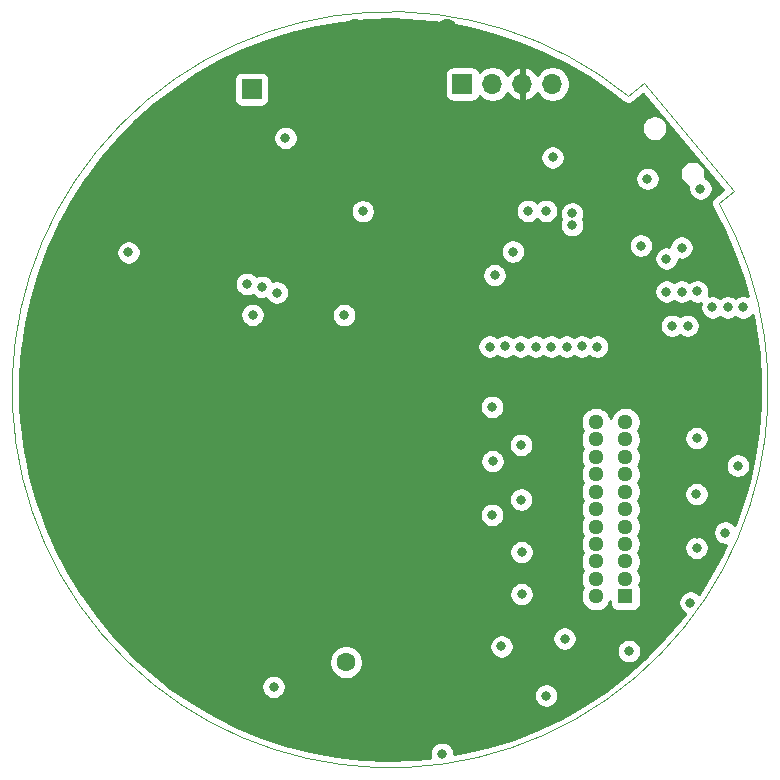
<source format=gbr>
G04 #@! TF.GenerationSoftware,KiCad,Pcbnew,(5.1.5)-3*
G04 #@! TF.CreationDate,2021-12-20T00:15:42-08:00*
G04 #@! TF.ProjectId,watch_v1,77617463-685f-4763-912e-6b696361645f,rev?*
G04 #@! TF.SameCoordinates,Original*
G04 #@! TF.FileFunction,Copper,L2,Inr*
G04 #@! TF.FilePolarity,Positive*
%FSLAX46Y46*%
G04 Gerber Fmt 4.6, Leading zero omitted, Abs format (unit mm)*
G04 Created by KiCad (PCBNEW (5.1.5)-3) date 2021-12-20 00:15:42*
%MOMM*%
%LPD*%
G04 APERTURE LIST*
%ADD10C,0.050000*%
%ADD11O,1.300000X1.300000*%
%ADD12R,1.300000X1.300000*%
%ADD13O,1.700000X1.700000*%
%ADD14R,1.700000X1.700000*%
%ADD15C,5.000000*%
%ADD16C,0.800000*%
%ADD17C,1.600200*%
%ADD18C,0.254000*%
G04 APERTURE END LIST*
D10*
X155752624Y-53294380D02*
G75*
G02X148089479Y-44241041I-27838224J-15793620D01*
G01*
X155752800Y-53294280D02*
X157038040Y-52242720D01*
X149407880Y-43159680D02*
X157038040Y-52242720D01*
X148089480Y-44241040D02*
X149407880Y-43159680D01*
D11*
X145333360Y-71823360D03*
X147833360Y-71823360D03*
X145333360Y-73298360D03*
X147833360Y-73298360D03*
X145333360Y-74773360D03*
X147833360Y-74773360D03*
X145333360Y-76248360D03*
X147833360Y-76248360D03*
X145333360Y-77723360D03*
X147833360Y-77723360D03*
X145333360Y-79198360D03*
X147833360Y-79198360D03*
X145333360Y-80673360D03*
X147833360Y-80673360D03*
X145333360Y-82148360D03*
X147833360Y-82148360D03*
X145333360Y-83623360D03*
X147833360Y-83623360D03*
X145333360Y-85098360D03*
X147833360Y-85098360D03*
X145333360Y-86573360D03*
D12*
X147833360Y-86573360D03*
D13*
X141655800Y-43205400D03*
X139115800Y-43205400D03*
X136575800Y-43205400D03*
D14*
X134035800Y-43205400D03*
D13*
X118719600Y-43637200D03*
D14*
X116179600Y-43637200D03*
D15*
X100787200Y-60568840D03*
D16*
X115786400Y-60128400D03*
X125590800Y-53981600D03*
D17*
X120617480Y-67281040D03*
X123157480Y-77451200D03*
X120617480Y-77451200D03*
X123157480Y-67281040D03*
X124857260Y-45229520D03*
X127397260Y-45229520D03*
X129937260Y-45229520D03*
X100190040Y-67628020D03*
X100190040Y-65088020D03*
X100190040Y-70168020D03*
X100134160Y-75715380D03*
X100134160Y-80795380D03*
X100134160Y-78255380D03*
X105601000Y-50705000D03*
X102425240Y-67628020D03*
X102425240Y-65088020D03*
X102425240Y-70168020D03*
X110173000Y-45701200D03*
X102369360Y-80795380D03*
X102369360Y-78255380D03*
X102369360Y-75715380D03*
X113119400Y-67281040D03*
X115659400Y-67281040D03*
X113119400Y-77451200D03*
X115659400Y-77451200D03*
X107610140Y-58713620D03*
X107610140Y-56173620D03*
X107836200Y-50705000D03*
X107836200Y-48165000D03*
D16*
X121298200Y-52991000D03*
X121298200Y-55531000D03*
X119723400Y-60560200D03*
X121272800Y-58045600D03*
X139688000Y-52496400D03*
X149533360Y-55026560D03*
X147711160Y-65923160D03*
X146771360Y-66553080D03*
X143459200Y-69946520D03*
X155366720Y-82031840D03*
X155366720Y-83185000D03*
X153857960Y-81285080D03*
X152166320Y-88463120D03*
X155635960Y-76916280D03*
X156707840Y-76880720D03*
X157784800Y-76865480D03*
D17*
X157058360Y-71104760D03*
X157104080Y-65831720D03*
X145491200Y-47081440D03*
X145491200Y-44653200D03*
D16*
X138181080Y-74777600D03*
X138165840Y-79375000D03*
X128315720Y-49443640D03*
X128325880Y-50601880D03*
X150174960Y-85542120D03*
X151480520Y-89275920D03*
X125436480Y-50295960D03*
X151246840Y-48895000D03*
X147873720Y-49687480D03*
X146161760Y-93385640D03*
X147228560Y-92471240D03*
D17*
X124907040Y-38484480D03*
X128818640Y-38484480D03*
X132730240Y-38484480D03*
D16*
X105753400Y-57461400D03*
X117056400Y-60382400D03*
X118326400Y-60865000D03*
X118047000Y-94240600D03*
X116269000Y-62744600D03*
X124021080Y-62780160D03*
X149138640Y-56896000D03*
X143316960Y-55158640D03*
X151303596Y-57987324D03*
X143322040Y-54157880D03*
X152587960Y-57058560D03*
X141086840Y-53954680D03*
X149697440Y-51226720D03*
X139562840Y-53954680D03*
X154172920Y-52054760D03*
X136753600Y-59395360D03*
X132295900Y-99910900D03*
X141674600Y-49428400D03*
X119049800Y-47777400D03*
D17*
X124170440Y-92166440D03*
D16*
X141538920Y-65435520D03*
X139009080Y-78399600D03*
X156286160Y-81193680D03*
X152608240Y-60787320D03*
X142849560Y-65445680D03*
X136580920Y-75143320D03*
X136342080Y-65435520D03*
X142680640Y-90169960D03*
X153847840Y-77922160D03*
X151292520Y-60787320D03*
X157789840Y-62113200D03*
X141123120Y-94985480D03*
X137647640Y-65430440D03*
X139034480Y-86405680D03*
X144144960Y-65425360D03*
X138998920Y-73756480D03*
X148122600Y-91227960D03*
X156499520Y-62113200D03*
X157342880Y-75524400D03*
X153096878Y-63672720D03*
X145445440Y-65445680D03*
X136555520Y-70535760D03*
X138943040Y-65440600D03*
X139034480Y-82834440D03*
X153852920Y-73197760D03*
X151775160Y-63672720D03*
X153334680Y-87116960D03*
X155204120Y-62118280D03*
X140238440Y-65440600D03*
X136545360Y-79689920D03*
X153858000Y-82484000D03*
X153908720Y-60772080D03*
X137327640Y-90830400D03*
X138292840Y-57404000D03*
D18*
G36*
X130336797Y-37835813D02*
G01*
X132510936Y-38080920D01*
X134662679Y-38477088D01*
X136781552Y-39022392D01*
X138857227Y-39714174D01*
X140879584Y-40549059D01*
X142838783Y-41522986D01*
X144725263Y-42631204D01*
X146533072Y-43870529D01*
X147652279Y-44737235D01*
X147668611Y-44753576D01*
X147722714Y-44789748D01*
X147722765Y-44789785D01*
X147722818Y-44789818D01*
X147776689Y-44825835D01*
X147896786Y-44875621D01*
X148024290Y-44901020D01*
X148154298Y-44901057D01*
X148281815Y-44875730D01*
X148401941Y-44826012D01*
X148482969Y-44771904D01*
X149322089Y-44083653D01*
X156102630Y-52155296D01*
X155309773Y-52803998D01*
X155281696Y-52831991D01*
X155281332Y-52832337D01*
X155281160Y-52832525D01*
X155240774Y-52872790D01*
X155168384Y-52980780D01*
X155118453Y-53100818D01*
X155108254Y-53151692D01*
X155108100Y-53152292D01*
X155107716Y-53154378D01*
X155092899Y-53228290D01*
X155092814Y-53285378D01*
X155092643Y-53289401D01*
X155092799Y-53295113D01*
X155092705Y-53358298D01*
X155104968Y-53420434D01*
X155106029Y-53426728D01*
X155107024Y-53430852D01*
X155117878Y-53485846D01*
X155145994Y-53554013D01*
X155147677Y-53558270D01*
X155148207Y-53559378D01*
X155167450Y-53606032D01*
X155182938Y-53629287D01*
X156190787Y-55559765D01*
X157065590Y-57565185D01*
X157798366Y-59626726D01*
X158229754Y-61175143D01*
X158091738Y-61117974D01*
X157891779Y-61078200D01*
X157687901Y-61078200D01*
X157487942Y-61117974D01*
X157299584Y-61195995D01*
X157144680Y-61299498D01*
X156989776Y-61195995D01*
X156801418Y-61117974D01*
X156601459Y-61078200D01*
X156397581Y-61078200D01*
X156197622Y-61117974D01*
X156009264Y-61195995D01*
X155848019Y-61303735D01*
X155694376Y-61201075D01*
X155506018Y-61123054D01*
X155306059Y-61083280D01*
X155102181Y-61083280D01*
X154902222Y-61123054D01*
X154879765Y-61132356D01*
X154903946Y-61073978D01*
X154943720Y-60874019D01*
X154943720Y-60670141D01*
X154903946Y-60470182D01*
X154825925Y-60281824D01*
X154712657Y-60112306D01*
X154568494Y-59968143D01*
X154398976Y-59854875D01*
X154210618Y-59776854D01*
X154010659Y-59737080D01*
X153806781Y-59737080D01*
X153606822Y-59776854D01*
X153418464Y-59854875D01*
X153248946Y-59968143D01*
X153247448Y-59969641D01*
X153098496Y-59870115D01*
X152910138Y-59792094D01*
X152710179Y-59752320D01*
X152506301Y-59752320D01*
X152306342Y-59792094D01*
X152117984Y-59870115D01*
X151950380Y-59982104D01*
X151782776Y-59870115D01*
X151594418Y-59792094D01*
X151394459Y-59752320D01*
X151190581Y-59752320D01*
X150990622Y-59792094D01*
X150802264Y-59870115D01*
X150632746Y-59983383D01*
X150488583Y-60127546D01*
X150375315Y-60297064D01*
X150297294Y-60485422D01*
X150257520Y-60685381D01*
X150257520Y-60889259D01*
X150297294Y-61089218D01*
X150375315Y-61277576D01*
X150488583Y-61447094D01*
X150632746Y-61591257D01*
X150802264Y-61704525D01*
X150990622Y-61782546D01*
X151190581Y-61822320D01*
X151394459Y-61822320D01*
X151594418Y-61782546D01*
X151782776Y-61704525D01*
X151950380Y-61592536D01*
X152117984Y-61704525D01*
X152306342Y-61782546D01*
X152506301Y-61822320D01*
X152710179Y-61822320D01*
X152910138Y-61782546D01*
X153098496Y-61704525D01*
X153268014Y-61591257D01*
X153269512Y-61589759D01*
X153418464Y-61689285D01*
X153606822Y-61767306D01*
X153806781Y-61807080D01*
X154010659Y-61807080D01*
X154210618Y-61767306D01*
X154233075Y-61758004D01*
X154208894Y-61816382D01*
X154169120Y-62016341D01*
X154169120Y-62220219D01*
X154208894Y-62420178D01*
X154286915Y-62608536D01*
X154400183Y-62778054D01*
X154544346Y-62922217D01*
X154713864Y-63035485D01*
X154902222Y-63113506D01*
X155102181Y-63153280D01*
X155306059Y-63153280D01*
X155506018Y-63113506D01*
X155694376Y-63035485D01*
X155855621Y-62927745D01*
X156009264Y-63030405D01*
X156197622Y-63108426D01*
X156397581Y-63148200D01*
X156601459Y-63148200D01*
X156801418Y-63108426D01*
X156989776Y-63030405D01*
X157144680Y-62926902D01*
X157299584Y-63030405D01*
X157487942Y-63108426D01*
X157687901Y-63148200D01*
X157891779Y-63148200D01*
X158091738Y-63108426D01*
X158280096Y-63030405D01*
X158449614Y-62917137D01*
X158593777Y-62772974D01*
X158597119Y-62767973D01*
X158824295Y-63877855D01*
X159112440Y-66046706D01*
X159248593Y-68230390D01*
X159232089Y-70418236D01*
X159063009Y-72599598D01*
X158742175Y-74763866D01*
X158271149Y-76900489D01*
X157652237Y-78999017D01*
X157083056Y-80526865D01*
X156945934Y-80389743D01*
X156776416Y-80276475D01*
X156588058Y-80198454D01*
X156388099Y-80158680D01*
X156184221Y-80158680D01*
X155984262Y-80198454D01*
X155795904Y-80276475D01*
X155626386Y-80389743D01*
X155482223Y-80533906D01*
X155368955Y-80703424D01*
X155290934Y-80891782D01*
X155251160Y-81091741D01*
X155251160Y-81295619D01*
X155290934Y-81495578D01*
X155368955Y-81683936D01*
X155482223Y-81853454D01*
X155626386Y-81997617D01*
X155795904Y-82110885D01*
X155984262Y-82188906D01*
X156184221Y-82228680D01*
X156352640Y-82228680D01*
X155983472Y-83041293D01*
X154941777Y-84965280D01*
X154050072Y-86368641D01*
X153994454Y-86313023D01*
X153824936Y-86199755D01*
X153636578Y-86121734D01*
X153436619Y-86081960D01*
X153232741Y-86081960D01*
X153032782Y-86121734D01*
X152844424Y-86199755D01*
X152674906Y-86313023D01*
X152530743Y-86457186D01*
X152417475Y-86626704D01*
X152339454Y-86815062D01*
X152299680Y-87015021D01*
X152299680Y-87218899D01*
X152339454Y-87418858D01*
X152417475Y-87607216D01*
X152530743Y-87776734D01*
X152674906Y-87920897D01*
X152844424Y-88034165D01*
X152861127Y-88041084D01*
X152469051Y-88572257D01*
X151050078Y-90237648D01*
X149518403Y-91799984D01*
X147881462Y-93251683D01*
X146147253Y-94585652D01*
X144324221Y-95795395D01*
X142421228Y-96875031D01*
X140447558Y-97819291D01*
X138412839Y-98623571D01*
X136326967Y-99283958D01*
X134200117Y-99797232D01*
X133330900Y-99943747D01*
X133330900Y-99808961D01*
X133291126Y-99609002D01*
X133213105Y-99420644D01*
X133099837Y-99251126D01*
X132955674Y-99106963D01*
X132786156Y-98993695D01*
X132597798Y-98915674D01*
X132397839Y-98875900D01*
X132193961Y-98875900D01*
X131994002Y-98915674D01*
X131805644Y-98993695D01*
X131636126Y-99106963D01*
X131491963Y-99251126D01*
X131378695Y-99420644D01*
X131300674Y-99609002D01*
X131260900Y-99808961D01*
X131260900Y-100012839D01*
X131300674Y-100212798D01*
X131308807Y-100232432D01*
X129865045Y-100373174D01*
X127677939Y-100433036D01*
X125492003Y-100340187D01*
X123317864Y-100095080D01*
X121166124Y-99698912D01*
X119047235Y-99153604D01*
X116971577Y-98461828D01*
X114949211Y-97626938D01*
X112990017Y-96653014D01*
X111103547Y-95544802D01*
X109298956Y-94307683D01*
X109085950Y-94138661D01*
X117012000Y-94138661D01*
X117012000Y-94342539D01*
X117051774Y-94542498D01*
X117129795Y-94730856D01*
X117243063Y-94900374D01*
X117387226Y-95044537D01*
X117556744Y-95157805D01*
X117745102Y-95235826D01*
X117945061Y-95275600D01*
X118148939Y-95275600D01*
X118348898Y-95235826D01*
X118537256Y-95157805D01*
X118706774Y-95044537D01*
X118850937Y-94900374D01*
X118862184Y-94883541D01*
X140088120Y-94883541D01*
X140088120Y-95087419D01*
X140127894Y-95287378D01*
X140205915Y-95475736D01*
X140319183Y-95645254D01*
X140463346Y-95789417D01*
X140632864Y-95902685D01*
X140821222Y-95980706D01*
X141021181Y-96020480D01*
X141225059Y-96020480D01*
X141425018Y-95980706D01*
X141613376Y-95902685D01*
X141782894Y-95789417D01*
X141927057Y-95645254D01*
X142040325Y-95475736D01*
X142118346Y-95287378D01*
X142158120Y-95087419D01*
X142158120Y-94883541D01*
X142118346Y-94683582D01*
X142040325Y-94495224D01*
X141927057Y-94325706D01*
X141782894Y-94181543D01*
X141613376Y-94068275D01*
X141425018Y-93990254D01*
X141225059Y-93950480D01*
X141021181Y-93950480D01*
X140821222Y-93990254D01*
X140632864Y-94068275D01*
X140463346Y-94181543D01*
X140319183Y-94325706D01*
X140205915Y-94495224D01*
X140127894Y-94683582D01*
X140088120Y-94883541D01*
X118862184Y-94883541D01*
X118964205Y-94730856D01*
X119042226Y-94542498D01*
X119082000Y-94342539D01*
X119082000Y-94138661D01*
X119042226Y-93938702D01*
X118964205Y-93750344D01*
X118850937Y-93580826D01*
X118706774Y-93436663D01*
X118537256Y-93323395D01*
X118348898Y-93245374D01*
X118148939Y-93205600D01*
X117945061Y-93205600D01*
X117745102Y-93245374D01*
X117556744Y-93323395D01*
X117387226Y-93436663D01*
X117243063Y-93580826D01*
X117129795Y-93750344D01*
X117051774Y-93938702D01*
X117012000Y-94138661D01*
X109085950Y-94138661D01*
X107585070Y-92947705D01*
X106575824Y-92025095D01*
X122735340Y-92025095D01*
X122735340Y-92307785D01*
X122790490Y-92585043D01*
X122898671Y-92846215D01*
X123055725Y-93081263D01*
X123255617Y-93281155D01*
X123490665Y-93438209D01*
X123751837Y-93546390D01*
X124029095Y-93601540D01*
X124311785Y-93601540D01*
X124589043Y-93546390D01*
X124850215Y-93438209D01*
X125085263Y-93281155D01*
X125285155Y-93081263D01*
X125442209Y-92846215D01*
X125550390Y-92585043D01*
X125605540Y-92307785D01*
X125605540Y-92025095D01*
X125550390Y-91747837D01*
X125442209Y-91486665D01*
X125285155Y-91251617D01*
X125085263Y-91051725D01*
X124850215Y-90894671D01*
X124589043Y-90786490D01*
X124311785Y-90731340D01*
X124029095Y-90731340D01*
X123751837Y-90786490D01*
X123490665Y-90894671D01*
X123255617Y-91051725D01*
X123055725Y-91251617D01*
X122898671Y-91486665D01*
X122790490Y-91747837D01*
X122735340Y-92025095D01*
X106575824Y-92025095D01*
X105970213Y-91471472D01*
X105263449Y-90728461D01*
X136292640Y-90728461D01*
X136292640Y-90932339D01*
X136332414Y-91132298D01*
X136410435Y-91320656D01*
X136523703Y-91490174D01*
X136667866Y-91634337D01*
X136837384Y-91747605D01*
X137025742Y-91825626D01*
X137225701Y-91865400D01*
X137429579Y-91865400D01*
X137629538Y-91825626D01*
X137817896Y-91747605D01*
X137987414Y-91634337D01*
X138131577Y-91490174D01*
X138244845Y-91320656D01*
X138322866Y-91132298D01*
X138362640Y-90932339D01*
X138362640Y-90728461D01*
X138322866Y-90528502D01*
X138244845Y-90340144D01*
X138131577Y-90170626D01*
X138028972Y-90068021D01*
X141645640Y-90068021D01*
X141645640Y-90271899D01*
X141685414Y-90471858D01*
X141763435Y-90660216D01*
X141876703Y-90829734D01*
X142020866Y-90973897D01*
X142190384Y-91087165D01*
X142378742Y-91165186D01*
X142578701Y-91204960D01*
X142782579Y-91204960D01*
X142982538Y-91165186D01*
X143077089Y-91126021D01*
X147087600Y-91126021D01*
X147087600Y-91329899D01*
X147127374Y-91529858D01*
X147205395Y-91718216D01*
X147318663Y-91887734D01*
X147462826Y-92031897D01*
X147632344Y-92145165D01*
X147820702Y-92223186D01*
X148020661Y-92262960D01*
X148224539Y-92262960D01*
X148424498Y-92223186D01*
X148612856Y-92145165D01*
X148782374Y-92031897D01*
X148926537Y-91887734D01*
X149039805Y-91718216D01*
X149117826Y-91529858D01*
X149157600Y-91329899D01*
X149157600Y-91126021D01*
X149117826Y-90926062D01*
X149039805Y-90737704D01*
X148926537Y-90568186D01*
X148782374Y-90424023D01*
X148612856Y-90310755D01*
X148424498Y-90232734D01*
X148224539Y-90192960D01*
X148020661Y-90192960D01*
X147820702Y-90232734D01*
X147632344Y-90310755D01*
X147462826Y-90424023D01*
X147318663Y-90568186D01*
X147205395Y-90737704D01*
X147127374Y-90926062D01*
X147087600Y-91126021D01*
X143077089Y-91126021D01*
X143170896Y-91087165D01*
X143340414Y-90973897D01*
X143484577Y-90829734D01*
X143597845Y-90660216D01*
X143675866Y-90471858D01*
X143715640Y-90271899D01*
X143715640Y-90068021D01*
X143675866Y-89868062D01*
X143597845Y-89679704D01*
X143484577Y-89510186D01*
X143340414Y-89366023D01*
X143170896Y-89252755D01*
X142982538Y-89174734D01*
X142782579Y-89134960D01*
X142578701Y-89134960D01*
X142378742Y-89174734D01*
X142190384Y-89252755D01*
X142020866Y-89366023D01*
X141876703Y-89510186D01*
X141763435Y-89679704D01*
X141685414Y-89868062D01*
X141645640Y-90068021D01*
X138028972Y-90068021D01*
X137987414Y-90026463D01*
X137817896Y-89913195D01*
X137629538Y-89835174D01*
X137429579Y-89795400D01*
X137225701Y-89795400D01*
X137025742Y-89835174D01*
X136837384Y-89913195D01*
X136667866Y-90026463D01*
X136523703Y-90170626D01*
X136410435Y-90340144D01*
X136332414Y-90528502D01*
X136292640Y-90728461D01*
X105263449Y-90728461D01*
X104462282Y-89886206D01*
X103068595Y-88199597D01*
X101795970Y-86419900D01*
X101724599Y-86303741D01*
X137999480Y-86303741D01*
X137999480Y-86507619D01*
X138039254Y-86707578D01*
X138117275Y-86895936D01*
X138230543Y-87065454D01*
X138374706Y-87209617D01*
X138544224Y-87322885D01*
X138732582Y-87400906D01*
X138932541Y-87440680D01*
X139136419Y-87440680D01*
X139336378Y-87400906D01*
X139524736Y-87322885D01*
X139694254Y-87209617D01*
X139838417Y-87065454D01*
X139951685Y-86895936D01*
X140029706Y-86707578D01*
X140069480Y-86507619D01*
X140069480Y-86303741D01*
X140029706Y-86103782D01*
X139951685Y-85915424D01*
X139838417Y-85745906D01*
X139694254Y-85601743D01*
X139524736Y-85488475D01*
X139336378Y-85410454D01*
X139136419Y-85370680D01*
X138932541Y-85370680D01*
X138732582Y-85410454D01*
X138544224Y-85488475D01*
X138374706Y-85601743D01*
X138230543Y-85745906D01*
X138117275Y-85915424D01*
X138039254Y-86103782D01*
X137999480Y-86303741D01*
X101724599Y-86303741D01*
X100650576Y-84555742D01*
X99698713Y-82732501D01*
X137999480Y-82732501D01*
X137999480Y-82936379D01*
X138039254Y-83136338D01*
X138117275Y-83324696D01*
X138230543Y-83494214D01*
X138374706Y-83638377D01*
X138544224Y-83751645D01*
X138732582Y-83829666D01*
X138932541Y-83869440D01*
X139136419Y-83869440D01*
X139336378Y-83829666D01*
X139524736Y-83751645D01*
X139694254Y-83638377D01*
X139838417Y-83494214D01*
X139951685Y-83324696D01*
X140029706Y-83136338D01*
X140069480Y-82936379D01*
X140069480Y-82732501D01*
X140029706Y-82532542D01*
X139951685Y-82344184D01*
X139838417Y-82174666D01*
X139694254Y-82030503D01*
X139524736Y-81917235D01*
X139336378Y-81839214D01*
X139136419Y-81799440D01*
X138932541Y-81799440D01*
X138732582Y-81839214D01*
X138544224Y-81917235D01*
X138374706Y-82030503D01*
X138230543Y-82174666D01*
X138117275Y-82344184D01*
X138039254Y-82532542D01*
X137999480Y-82732501D01*
X99698713Y-82732501D01*
X99638013Y-82616235D01*
X98763212Y-80610820D01*
X98399644Y-79587981D01*
X135510360Y-79587981D01*
X135510360Y-79791859D01*
X135550134Y-79991818D01*
X135628155Y-80180176D01*
X135741423Y-80349694D01*
X135885586Y-80493857D01*
X136055104Y-80607125D01*
X136243462Y-80685146D01*
X136443421Y-80724920D01*
X136647299Y-80724920D01*
X136847258Y-80685146D01*
X137035616Y-80607125D01*
X137205134Y-80493857D01*
X137349297Y-80349694D01*
X137462565Y-80180176D01*
X137540586Y-79991818D01*
X137580360Y-79791859D01*
X137580360Y-79587981D01*
X137540586Y-79388022D01*
X137462565Y-79199664D01*
X137349297Y-79030146D01*
X137205134Y-78885983D01*
X137035616Y-78772715D01*
X136847258Y-78694694D01*
X136647299Y-78654920D01*
X136443421Y-78654920D01*
X136243462Y-78694694D01*
X136055104Y-78772715D01*
X135885586Y-78885983D01*
X135741423Y-79030146D01*
X135628155Y-79199664D01*
X135550134Y-79388022D01*
X135510360Y-79587981D01*
X98399644Y-79587981D01*
X98030434Y-78549274D01*
X97960335Y-78297661D01*
X137974080Y-78297661D01*
X137974080Y-78501539D01*
X138013854Y-78701498D01*
X138091875Y-78889856D01*
X138205143Y-79059374D01*
X138349306Y-79203537D01*
X138518824Y-79316805D01*
X138707182Y-79394826D01*
X138907141Y-79434600D01*
X139111019Y-79434600D01*
X139310978Y-79394826D01*
X139499336Y-79316805D01*
X139668854Y-79203537D01*
X139813017Y-79059374D01*
X139926285Y-78889856D01*
X140004306Y-78701498D01*
X140044080Y-78501539D01*
X140044080Y-78297661D01*
X140004306Y-78097702D01*
X139926285Y-77909344D01*
X139813017Y-77739826D01*
X139668854Y-77595663D01*
X139499336Y-77482395D01*
X139310978Y-77404374D01*
X139111019Y-77364600D01*
X138907141Y-77364600D01*
X138707182Y-77404374D01*
X138518824Y-77482395D01*
X138349306Y-77595663D01*
X138205143Y-77739826D01*
X138091875Y-77909344D01*
X138013854Y-78097702D01*
X137974080Y-78297661D01*
X97960335Y-78297661D01*
X97443239Y-76441605D01*
X97156635Y-75041381D01*
X135545920Y-75041381D01*
X135545920Y-75245259D01*
X135585694Y-75445218D01*
X135663715Y-75633576D01*
X135776983Y-75803094D01*
X135921146Y-75947257D01*
X136090664Y-76060525D01*
X136279022Y-76138546D01*
X136478981Y-76178320D01*
X136682859Y-76178320D01*
X136882818Y-76138546D01*
X137071176Y-76060525D01*
X137240694Y-75947257D01*
X137384857Y-75803094D01*
X137498125Y-75633576D01*
X137576146Y-75445218D01*
X137615920Y-75245259D01*
X137615920Y-75041381D01*
X137576146Y-74841422D01*
X137498125Y-74653064D01*
X137384857Y-74483546D01*
X137240694Y-74339383D01*
X137071176Y-74226115D01*
X136882818Y-74148094D01*
X136682859Y-74108320D01*
X136478981Y-74108320D01*
X136279022Y-74148094D01*
X136090664Y-74226115D01*
X135921146Y-74339383D01*
X135776983Y-74483546D01*
X135663715Y-74653064D01*
X135585694Y-74841422D01*
X135545920Y-75041381D01*
X97156635Y-75041381D01*
X97004505Y-74298145D01*
X96918999Y-73654541D01*
X137963920Y-73654541D01*
X137963920Y-73858419D01*
X138003694Y-74058378D01*
X138081715Y-74246736D01*
X138194983Y-74416254D01*
X138339146Y-74560417D01*
X138508664Y-74673685D01*
X138697022Y-74751706D01*
X138896981Y-74791480D01*
X139100859Y-74791480D01*
X139300818Y-74751706D01*
X139489176Y-74673685D01*
X139658694Y-74560417D01*
X139802857Y-74416254D01*
X139916125Y-74246736D01*
X139994146Y-74058378D01*
X140033920Y-73858419D01*
X140033920Y-73654541D01*
X139994146Y-73454582D01*
X139916125Y-73266224D01*
X139802857Y-73096706D01*
X139658694Y-72952543D01*
X139489176Y-72839275D01*
X139300818Y-72761254D01*
X139100859Y-72721480D01*
X138896981Y-72721480D01*
X138697022Y-72761254D01*
X138508664Y-72839275D01*
X138339146Y-72952543D01*
X138194983Y-73096706D01*
X138081715Y-73266224D01*
X138003694Y-73454582D01*
X137963920Y-73654541D01*
X96918999Y-73654541D01*
X96716360Y-72129296D01*
X96689394Y-71696799D01*
X144048360Y-71696799D01*
X144048360Y-71949921D01*
X144097741Y-72198181D01*
X144194607Y-72432036D01*
X144280685Y-72560860D01*
X144194607Y-72689684D01*
X144097741Y-72923539D01*
X144048360Y-73171799D01*
X144048360Y-73424921D01*
X144097741Y-73673181D01*
X144194607Y-73907036D01*
X144280685Y-74035860D01*
X144194607Y-74164684D01*
X144097741Y-74398539D01*
X144048360Y-74646799D01*
X144048360Y-74899921D01*
X144097741Y-75148181D01*
X144194607Y-75382036D01*
X144280685Y-75510860D01*
X144194607Y-75639684D01*
X144097741Y-75873539D01*
X144048360Y-76121799D01*
X144048360Y-76374921D01*
X144097741Y-76623181D01*
X144194607Y-76857036D01*
X144280685Y-76985860D01*
X144194607Y-77114684D01*
X144097741Y-77348539D01*
X144048360Y-77596799D01*
X144048360Y-77849921D01*
X144097741Y-78098181D01*
X144194607Y-78332036D01*
X144280685Y-78460860D01*
X144194607Y-78589684D01*
X144097741Y-78823539D01*
X144048360Y-79071799D01*
X144048360Y-79324921D01*
X144097741Y-79573181D01*
X144194607Y-79807036D01*
X144280685Y-79935860D01*
X144194607Y-80064684D01*
X144097741Y-80298539D01*
X144048360Y-80546799D01*
X144048360Y-80799921D01*
X144097741Y-81048181D01*
X144194607Y-81282036D01*
X144280685Y-81410860D01*
X144194607Y-81539684D01*
X144097741Y-81773539D01*
X144048360Y-82021799D01*
X144048360Y-82274921D01*
X144097741Y-82523181D01*
X144194607Y-82757036D01*
X144280685Y-82885860D01*
X144194607Y-83014684D01*
X144097741Y-83248539D01*
X144048360Y-83496799D01*
X144048360Y-83749921D01*
X144097741Y-83998181D01*
X144194607Y-84232036D01*
X144280685Y-84360860D01*
X144194607Y-84489684D01*
X144097741Y-84723539D01*
X144048360Y-84971799D01*
X144048360Y-85224921D01*
X144097741Y-85473181D01*
X144194607Y-85707036D01*
X144280685Y-85835860D01*
X144194607Y-85964684D01*
X144097741Y-86198539D01*
X144048360Y-86446799D01*
X144048360Y-86699921D01*
X144097741Y-86948181D01*
X144194607Y-87182036D01*
X144335235Y-87392500D01*
X144514220Y-87571485D01*
X144724684Y-87712113D01*
X144958539Y-87808979D01*
X145206799Y-87858360D01*
X145459921Y-87858360D01*
X145708181Y-87808979D01*
X145942036Y-87712113D01*
X146152500Y-87571485D01*
X146331485Y-87392500D01*
X146472113Y-87182036D01*
X146545288Y-87005376D01*
X146545288Y-87223360D01*
X146557548Y-87347842D01*
X146593858Y-87467540D01*
X146652823Y-87577854D01*
X146732175Y-87674545D01*
X146828866Y-87753897D01*
X146939180Y-87812862D01*
X147058878Y-87849172D01*
X147183360Y-87861432D01*
X148483360Y-87861432D01*
X148607842Y-87849172D01*
X148727540Y-87812862D01*
X148837854Y-87753897D01*
X148934545Y-87674545D01*
X149013897Y-87577854D01*
X149072862Y-87467540D01*
X149109172Y-87347842D01*
X149121432Y-87223360D01*
X149121432Y-85923360D01*
X149109172Y-85798878D01*
X149072862Y-85679180D01*
X149022600Y-85585149D01*
X149068979Y-85473181D01*
X149118360Y-85224921D01*
X149118360Y-84971799D01*
X149068979Y-84723539D01*
X148972113Y-84489684D01*
X148886035Y-84360860D01*
X148972113Y-84232036D01*
X149068979Y-83998181D01*
X149118360Y-83749921D01*
X149118360Y-83496799D01*
X149068979Y-83248539D01*
X148972113Y-83014684D01*
X148886035Y-82885860D01*
X148972113Y-82757036D01*
X149068979Y-82523181D01*
X149097048Y-82382061D01*
X152823000Y-82382061D01*
X152823000Y-82585939D01*
X152862774Y-82785898D01*
X152940795Y-82974256D01*
X153054063Y-83143774D01*
X153198226Y-83287937D01*
X153367744Y-83401205D01*
X153556102Y-83479226D01*
X153756061Y-83519000D01*
X153959939Y-83519000D01*
X154159898Y-83479226D01*
X154348256Y-83401205D01*
X154517774Y-83287937D01*
X154661937Y-83143774D01*
X154775205Y-82974256D01*
X154853226Y-82785898D01*
X154893000Y-82585939D01*
X154893000Y-82382061D01*
X154853226Y-82182102D01*
X154775205Y-81993744D01*
X154661937Y-81824226D01*
X154517774Y-81680063D01*
X154348256Y-81566795D01*
X154159898Y-81488774D01*
X153959939Y-81449000D01*
X153756061Y-81449000D01*
X153556102Y-81488774D01*
X153367744Y-81566795D01*
X153198226Y-81680063D01*
X153054063Y-81824226D01*
X152940795Y-81993744D01*
X152862774Y-82182102D01*
X152823000Y-82382061D01*
X149097048Y-82382061D01*
X149118360Y-82274921D01*
X149118360Y-82021799D01*
X149068979Y-81773539D01*
X148972113Y-81539684D01*
X148886035Y-81410860D01*
X148972113Y-81282036D01*
X149068979Y-81048181D01*
X149118360Y-80799921D01*
X149118360Y-80546799D01*
X149068979Y-80298539D01*
X148972113Y-80064684D01*
X148886035Y-79935860D01*
X148972113Y-79807036D01*
X149068979Y-79573181D01*
X149118360Y-79324921D01*
X149118360Y-79071799D01*
X149068979Y-78823539D01*
X148972113Y-78589684D01*
X148886035Y-78460860D01*
X148972113Y-78332036D01*
X149068979Y-78098181D01*
X149118360Y-77849921D01*
X149118360Y-77820221D01*
X152812840Y-77820221D01*
X152812840Y-78024099D01*
X152852614Y-78224058D01*
X152930635Y-78412416D01*
X153043903Y-78581934D01*
X153188066Y-78726097D01*
X153357584Y-78839365D01*
X153545942Y-78917386D01*
X153745901Y-78957160D01*
X153949779Y-78957160D01*
X154149738Y-78917386D01*
X154338096Y-78839365D01*
X154507614Y-78726097D01*
X154651777Y-78581934D01*
X154765045Y-78412416D01*
X154843066Y-78224058D01*
X154882840Y-78024099D01*
X154882840Y-77820221D01*
X154843066Y-77620262D01*
X154765045Y-77431904D01*
X154651777Y-77262386D01*
X154507614Y-77118223D01*
X154338096Y-77004955D01*
X154149738Y-76926934D01*
X153949779Y-76887160D01*
X153745901Y-76887160D01*
X153545942Y-76926934D01*
X153357584Y-77004955D01*
X153188066Y-77118223D01*
X153043903Y-77262386D01*
X152930635Y-77431904D01*
X152852614Y-77620262D01*
X152812840Y-77820221D01*
X149118360Y-77820221D01*
X149118360Y-77596799D01*
X149068979Y-77348539D01*
X148972113Y-77114684D01*
X148886035Y-76985860D01*
X148972113Y-76857036D01*
X149068979Y-76623181D01*
X149118360Y-76374921D01*
X149118360Y-76121799D01*
X149068979Y-75873539D01*
X148972113Y-75639684D01*
X148886035Y-75510860D01*
X148945101Y-75422461D01*
X156307880Y-75422461D01*
X156307880Y-75626339D01*
X156347654Y-75826298D01*
X156425675Y-76014656D01*
X156538943Y-76184174D01*
X156683106Y-76328337D01*
X156852624Y-76441605D01*
X157040982Y-76519626D01*
X157240941Y-76559400D01*
X157444819Y-76559400D01*
X157644778Y-76519626D01*
X157833136Y-76441605D01*
X158002654Y-76328337D01*
X158146817Y-76184174D01*
X158260085Y-76014656D01*
X158338106Y-75826298D01*
X158377880Y-75626339D01*
X158377880Y-75422461D01*
X158338106Y-75222502D01*
X158260085Y-75034144D01*
X158146817Y-74864626D01*
X158002654Y-74720463D01*
X157833136Y-74607195D01*
X157644778Y-74529174D01*
X157444819Y-74489400D01*
X157240941Y-74489400D01*
X157040982Y-74529174D01*
X156852624Y-74607195D01*
X156683106Y-74720463D01*
X156538943Y-74864626D01*
X156425675Y-75034144D01*
X156347654Y-75222502D01*
X156307880Y-75422461D01*
X148945101Y-75422461D01*
X148972113Y-75382036D01*
X149068979Y-75148181D01*
X149118360Y-74899921D01*
X149118360Y-74646799D01*
X149068979Y-74398539D01*
X148972113Y-74164684D01*
X148886035Y-74035860D01*
X148972113Y-73907036D01*
X149068979Y-73673181D01*
X149118360Y-73424921D01*
X149118360Y-73171799D01*
X149103248Y-73095821D01*
X152817920Y-73095821D01*
X152817920Y-73299699D01*
X152857694Y-73499658D01*
X152935715Y-73688016D01*
X153048983Y-73857534D01*
X153193146Y-74001697D01*
X153362664Y-74114965D01*
X153551022Y-74192986D01*
X153750981Y-74232760D01*
X153954859Y-74232760D01*
X154154818Y-74192986D01*
X154343176Y-74114965D01*
X154512694Y-74001697D01*
X154656857Y-73857534D01*
X154770125Y-73688016D01*
X154848146Y-73499658D01*
X154887920Y-73299699D01*
X154887920Y-73095821D01*
X154848146Y-72895862D01*
X154770125Y-72707504D01*
X154656857Y-72537986D01*
X154512694Y-72393823D01*
X154343176Y-72280555D01*
X154154818Y-72202534D01*
X153954859Y-72162760D01*
X153750981Y-72162760D01*
X153551022Y-72202534D01*
X153362664Y-72280555D01*
X153193146Y-72393823D01*
X153048983Y-72537986D01*
X152935715Y-72707504D01*
X152857694Y-72895862D01*
X152817920Y-73095821D01*
X149103248Y-73095821D01*
X149068979Y-72923539D01*
X148972113Y-72689684D01*
X148886035Y-72560860D01*
X148972113Y-72432036D01*
X149068979Y-72198181D01*
X149118360Y-71949921D01*
X149118360Y-71696799D01*
X149068979Y-71448539D01*
X148972113Y-71214684D01*
X148831485Y-71004220D01*
X148652500Y-70825235D01*
X148442036Y-70684607D01*
X148208181Y-70587741D01*
X147959921Y-70538360D01*
X147706799Y-70538360D01*
X147458539Y-70587741D01*
X147224684Y-70684607D01*
X147014220Y-70825235D01*
X146835235Y-71004220D01*
X146694607Y-71214684D01*
X146597741Y-71448539D01*
X146583360Y-71520839D01*
X146568979Y-71448539D01*
X146472113Y-71214684D01*
X146331485Y-71004220D01*
X146152500Y-70825235D01*
X145942036Y-70684607D01*
X145708181Y-70587741D01*
X145459921Y-70538360D01*
X145206799Y-70538360D01*
X144958539Y-70587741D01*
X144724684Y-70684607D01*
X144514220Y-70825235D01*
X144335235Y-71004220D01*
X144194607Y-71214684D01*
X144097741Y-71448539D01*
X144048360Y-71696799D01*
X96689394Y-71696799D01*
X96610647Y-70433821D01*
X135520520Y-70433821D01*
X135520520Y-70637699D01*
X135560294Y-70837658D01*
X135638315Y-71026016D01*
X135751583Y-71195534D01*
X135895746Y-71339697D01*
X136065264Y-71452965D01*
X136253622Y-71530986D01*
X136453581Y-71570760D01*
X136657459Y-71570760D01*
X136857418Y-71530986D01*
X137045776Y-71452965D01*
X137215294Y-71339697D01*
X137359457Y-71195534D01*
X137472725Y-71026016D01*
X137550746Y-70837658D01*
X137590520Y-70637699D01*
X137590520Y-70433821D01*
X137550746Y-70233862D01*
X137472725Y-70045504D01*
X137359457Y-69875986D01*
X137215294Y-69731823D01*
X137045776Y-69618555D01*
X136857418Y-69540534D01*
X136657459Y-69500760D01*
X136453581Y-69500760D01*
X136253622Y-69540534D01*
X136065264Y-69618555D01*
X135895746Y-69731823D01*
X135751583Y-69875986D01*
X135638315Y-70045504D01*
X135560294Y-70233862D01*
X135520520Y-70433821D01*
X96610647Y-70433821D01*
X96580207Y-69945611D01*
X96596711Y-67757763D01*
X96765792Y-65576390D01*
X96801786Y-65333581D01*
X135307080Y-65333581D01*
X135307080Y-65537459D01*
X135346854Y-65737418D01*
X135424875Y-65925776D01*
X135538143Y-66095294D01*
X135682306Y-66239457D01*
X135851824Y-66352725D01*
X136040182Y-66430746D01*
X136240141Y-66470520D01*
X136444019Y-66470520D01*
X136643978Y-66430746D01*
X136832336Y-66352725D01*
X136998661Y-66241590D01*
X137157384Y-66347645D01*
X137345742Y-66425666D01*
X137545701Y-66465440D01*
X137749579Y-66465440D01*
X137949538Y-66425666D01*
X138137896Y-66347645D01*
X138287737Y-66247525D01*
X138452784Y-66357805D01*
X138641142Y-66435826D01*
X138841101Y-66475600D01*
X139044979Y-66475600D01*
X139244938Y-66435826D01*
X139433296Y-66357805D01*
X139590740Y-66252605D01*
X139748184Y-66357805D01*
X139936542Y-66435826D01*
X140136501Y-66475600D01*
X140340379Y-66475600D01*
X140540338Y-66435826D01*
X140728696Y-66357805D01*
X140892481Y-66248367D01*
X141048664Y-66352725D01*
X141237022Y-66430746D01*
X141436981Y-66470520D01*
X141640859Y-66470520D01*
X141840818Y-66430746D01*
X142029176Y-66352725D01*
X142187264Y-66247095D01*
X142189786Y-66249617D01*
X142359304Y-66362885D01*
X142547662Y-66440906D01*
X142747621Y-66480680D01*
X142951499Y-66480680D01*
X143151458Y-66440906D01*
X143339816Y-66362885D01*
X143509334Y-66249617D01*
X143511843Y-66247108D01*
X143654704Y-66342565D01*
X143843062Y-66420586D01*
X144043021Y-66460360D01*
X144246899Y-66460360D01*
X144446858Y-66420586D01*
X144635216Y-66342565D01*
X144781123Y-66245074D01*
X144785666Y-66249617D01*
X144955184Y-66362885D01*
X145143542Y-66440906D01*
X145343501Y-66480680D01*
X145547379Y-66480680D01*
X145747338Y-66440906D01*
X145935696Y-66362885D01*
X146105214Y-66249617D01*
X146249377Y-66105454D01*
X146362645Y-65935936D01*
X146440666Y-65747578D01*
X146480440Y-65547619D01*
X146480440Y-65343741D01*
X146440666Y-65143782D01*
X146362645Y-64955424D01*
X146249377Y-64785906D01*
X146105214Y-64641743D01*
X145935696Y-64528475D01*
X145747338Y-64450454D01*
X145547379Y-64410680D01*
X145343501Y-64410680D01*
X145143542Y-64450454D01*
X144955184Y-64528475D01*
X144809277Y-64625966D01*
X144804734Y-64621423D01*
X144635216Y-64508155D01*
X144446858Y-64430134D01*
X144246899Y-64390360D01*
X144043021Y-64390360D01*
X143843062Y-64430134D01*
X143654704Y-64508155D01*
X143485186Y-64621423D01*
X143482677Y-64623932D01*
X143339816Y-64528475D01*
X143151458Y-64450454D01*
X142951499Y-64410680D01*
X142747621Y-64410680D01*
X142547662Y-64450454D01*
X142359304Y-64528475D01*
X142201216Y-64634105D01*
X142198694Y-64631583D01*
X142029176Y-64518315D01*
X141840818Y-64440294D01*
X141640859Y-64400520D01*
X141436981Y-64400520D01*
X141237022Y-64440294D01*
X141048664Y-64518315D01*
X140884879Y-64627753D01*
X140728696Y-64523395D01*
X140540338Y-64445374D01*
X140340379Y-64405600D01*
X140136501Y-64405600D01*
X139936542Y-64445374D01*
X139748184Y-64523395D01*
X139590740Y-64628595D01*
X139433296Y-64523395D01*
X139244938Y-64445374D01*
X139044979Y-64405600D01*
X138841101Y-64405600D01*
X138641142Y-64445374D01*
X138452784Y-64523395D01*
X138302943Y-64623515D01*
X138137896Y-64513235D01*
X137949538Y-64435214D01*
X137749579Y-64395440D01*
X137545701Y-64395440D01*
X137345742Y-64435214D01*
X137157384Y-64513235D01*
X136991059Y-64624370D01*
X136832336Y-64518315D01*
X136643978Y-64440294D01*
X136444019Y-64400520D01*
X136240141Y-64400520D01*
X136040182Y-64440294D01*
X135851824Y-64518315D01*
X135682306Y-64631583D01*
X135538143Y-64775746D01*
X135424875Y-64945264D01*
X135346854Y-65133622D01*
X135307080Y-65333581D01*
X96801786Y-65333581D01*
X97086624Y-63412137D01*
X97256257Y-62642661D01*
X115234000Y-62642661D01*
X115234000Y-62846539D01*
X115273774Y-63046498D01*
X115351795Y-63234856D01*
X115465063Y-63404374D01*
X115609226Y-63548537D01*
X115778744Y-63661805D01*
X115967102Y-63739826D01*
X116167061Y-63779600D01*
X116370939Y-63779600D01*
X116570898Y-63739826D01*
X116759256Y-63661805D01*
X116928774Y-63548537D01*
X117072937Y-63404374D01*
X117186205Y-63234856D01*
X117264226Y-63046498D01*
X117304000Y-62846539D01*
X117304000Y-62678221D01*
X122986080Y-62678221D01*
X122986080Y-62882099D01*
X123025854Y-63082058D01*
X123103875Y-63270416D01*
X123217143Y-63439934D01*
X123361306Y-63584097D01*
X123530824Y-63697365D01*
X123719182Y-63775386D01*
X123919141Y-63815160D01*
X124123019Y-63815160D01*
X124322978Y-63775386D01*
X124511336Y-63697365D01*
X124680854Y-63584097D01*
X124694170Y-63570781D01*
X150740160Y-63570781D01*
X150740160Y-63774659D01*
X150779934Y-63974618D01*
X150857955Y-64162976D01*
X150971223Y-64332494D01*
X151115386Y-64476657D01*
X151284904Y-64589925D01*
X151473262Y-64667946D01*
X151673221Y-64707720D01*
X151877099Y-64707720D01*
X152077058Y-64667946D01*
X152265416Y-64589925D01*
X152434934Y-64476657D01*
X152436019Y-64475572D01*
X152437104Y-64476657D01*
X152606622Y-64589925D01*
X152794980Y-64667946D01*
X152994939Y-64707720D01*
X153198817Y-64707720D01*
X153398776Y-64667946D01*
X153587134Y-64589925D01*
X153756652Y-64476657D01*
X153900815Y-64332494D01*
X154014083Y-64162976D01*
X154092104Y-63974618D01*
X154131878Y-63774659D01*
X154131878Y-63570781D01*
X154092104Y-63370822D01*
X154014083Y-63182464D01*
X153900815Y-63012946D01*
X153756652Y-62868783D01*
X153587134Y-62755515D01*
X153398776Y-62677494D01*
X153198817Y-62637720D01*
X152994939Y-62637720D01*
X152794980Y-62677494D01*
X152606622Y-62755515D01*
X152437104Y-62868783D01*
X152436019Y-62869868D01*
X152434934Y-62868783D01*
X152265416Y-62755515D01*
X152077058Y-62677494D01*
X151877099Y-62637720D01*
X151673221Y-62637720D01*
X151473262Y-62677494D01*
X151284904Y-62755515D01*
X151115386Y-62868783D01*
X150971223Y-63012946D01*
X150857955Y-63182464D01*
X150779934Y-63370822D01*
X150740160Y-63570781D01*
X124694170Y-63570781D01*
X124825017Y-63439934D01*
X124938285Y-63270416D01*
X125016306Y-63082058D01*
X125056080Y-62882099D01*
X125056080Y-62678221D01*
X125016306Y-62478262D01*
X124938285Y-62289904D01*
X124825017Y-62120386D01*
X124680854Y-61976223D01*
X124511336Y-61862955D01*
X124322978Y-61784934D01*
X124123019Y-61745160D01*
X123919141Y-61745160D01*
X123719182Y-61784934D01*
X123530824Y-61862955D01*
X123361306Y-61976223D01*
X123217143Y-62120386D01*
X123103875Y-62289904D01*
X123025854Y-62478262D01*
X122986080Y-62678221D01*
X117304000Y-62678221D01*
X117304000Y-62642661D01*
X117264226Y-62442702D01*
X117186205Y-62254344D01*
X117072937Y-62084826D01*
X116928774Y-61940663D01*
X116759256Y-61827395D01*
X116570898Y-61749374D01*
X116370939Y-61709600D01*
X116167061Y-61709600D01*
X115967102Y-61749374D01*
X115778744Y-61827395D01*
X115609226Y-61940663D01*
X115465063Y-62084826D01*
X115351795Y-62254344D01*
X115273774Y-62442702D01*
X115234000Y-62642661D01*
X97256257Y-62642661D01*
X97557651Y-61275511D01*
X97926029Y-60026461D01*
X114751400Y-60026461D01*
X114751400Y-60230339D01*
X114791174Y-60430298D01*
X114869195Y-60618656D01*
X114982463Y-60788174D01*
X115126626Y-60932337D01*
X115296144Y-61045605D01*
X115484502Y-61123626D01*
X115684461Y-61163400D01*
X115888339Y-61163400D01*
X116088298Y-61123626D01*
X116261975Y-61051686D01*
X116396626Y-61186337D01*
X116566144Y-61299605D01*
X116754502Y-61377626D01*
X116954461Y-61417400D01*
X117158339Y-61417400D01*
X117358298Y-61377626D01*
X117409869Y-61356264D01*
X117522463Y-61524774D01*
X117666626Y-61668937D01*
X117836144Y-61782205D01*
X118024502Y-61860226D01*
X118224461Y-61900000D01*
X118428339Y-61900000D01*
X118628298Y-61860226D01*
X118816656Y-61782205D01*
X118986174Y-61668937D01*
X119130337Y-61524774D01*
X119243605Y-61355256D01*
X119321626Y-61166898D01*
X119361400Y-60966939D01*
X119361400Y-60763061D01*
X119321626Y-60563102D01*
X119243605Y-60374744D01*
X119130337Y-60205226D01*
X118986174Y-60061063D01*
X118816656Y-59947795D01*
X118628298Y-59869774D01*
X118428339Y-59830000D01*
X118224461Y-59830000D01*
X118024502Y-59869774D01*
X117972931Y-59891136D01*
X117860337Y-59722626D01*
X117716174Y-59578463D01*
X117546656Y-59465195D01*
X117358298Y-59387174D01*
X117158339Y-59347400D01*
X116954461Y-59347400D01*
X116754502Y-59387174D01*
X116580825Y-59459114D01*
X116446174Y-59324463D01*
X116399717Y-59293421D01*
X135718600Y-59293421D01*
X135718600Y-59497299D01*
X135758374Y-59697258D01*
X135836395Y-59885616D01*
X135949663Y-60055134D01*
X136093826Y-60199297D01*
X136263344Y-60312565D01*
X136451702Y-60390586D01*
X136651661Y-60430360D01*
X136855539Y-60430360D01*
X137055498Y-60390586D01*
X137243856Y-60312565D01*
X137413374Y-60199297D01*
X137557537Y-60055134D01*
X137670805Y-59885616D01*
X137748826Y-59697258D01*
X137788600Y-59497299D01*
X137788600Y-59293421D01*
X137748826Y-59093462D01*
X137670805Y-58905104D01*
X137557537Y-58735586D01*
X137413374Y-58591423D01*
X137243856Y-58478155D01*
X137055498Y-58400134D01*
X136855539Y-58360360D01*
X136651661Y-58360360D01*
X136451702Y-58400134D01*
X136263344Y-58478155D01*
X136093826Y-58591423D01*
X135949663Y-58735586D01*
X135836395Y-58905104D01*
X135758374Y-59093462D01*
X135718600Y-59293421D01*
X116399717Y-59293421D01*
X116276656Y-59211195D01*
X116088298Y-59133174D01*
X115888339Y-59093400D01*
X115684461Y-59093400D01*
X115484502Y-59133174D01*
X115296144Y-59211195D01*
X115126626Y-59324463D01*
X114982463Y-59468626D01*
X114869195Y-59638144D01*
X114791174Y-59826502D01*
X114751400Y-60026461D01*
X97926029Y-60026461D01*
X98176563Y-59176983D01*
X98853657Y-57359461D01*
X104718400Y-57359461D01*
X104718400Y-57563339D01*
X104758174Y-57763298D01*
X104836195Y-57951656D01*
X104949463Y-58121174D01*
X105093626Y-58265337D01*
X105263144Y-58378605D01*
X105451502Y-58456626D01*
X105651461Y-58496400D01*
X105855339Y-58496400D01*
X106055298Y-58456626D01*
X106243656Y-58378605D01*
X106413174Y-58265337D01*
X106557337Y-58121174D01*
X106670605Y-57951656D01*
X106748626Y-57763298D01*
X106788400Y-57563339D01*
X106788400Y-57359461D01*
X106776983Y-57302061D01*
X137257840Y-57302061D01*
X137257840Y-57505939D01*
X137297614Y-57705898D01*
X137375635Y-57894256D01*
X137488903Y-58063774D01*
X137633066Y-58207937D01*
X137802584Y-58321205D01*
X137990942Y-58399226D01*
X138190901Y-58439000D01*
X138394779Y-58439000D01*
X138594738Y-58399226D01*
X138783096Y-58321205D01*
X138952614Y-58207937D01*
X139096777Y-58063774D01*
X139210045Y-57894256D01*
X139288066Y-57705898D01*
X139327840Y-57505939D01*
X139327840Y-57302061D01*
X139288066Y-57102102D01*
X139210045Y-56913744D01*
X139130076Y-56794061D01*
X148103640Y-56794061D01*
X148103640Y-56997939D01*
X148143414Y-57197898D01*
X148221435Y-57386256D01*
X148334703Y-57555774D01*
X148478866Y-57699937D01*
X148648384Y-57813205D01*
X148836742Y-57891226D01*
X149036701Y-57931000D01*
X149240579Y-57931000D01*
X149440538Y-57891226D01*
X149454639Y-57885385D01*
X150268596Y-57885385D01*
X150268596Y-58089263D01*
X150308370Y-58289222D01*
X150386391Y-58477580D01*
X150499659Y-58647098D01*
X150643822Y-58791261D01*
X150813340Y-58904529D01*
X151001698Y-58982550D01*
X151201657Y-59022324D01*
X151405535Y-59022324D01*
X151605494Y-58982550D01*
X151793852Y-58904529D01*
X151963370Y-58791261D01*
X152107533Y-58647098D01*
X152220801Y-58477580D01*
X152298822Y-58289222D01*
X152338596Y-58089263D01*
X152338596Y-58064236D01*
X152486021Y-58093560D01*
X152689899Y-58093560D01*
X152889858Y-58053786D01*
X153078216Y-57975765D01*
X153247734Y-57862497D01*
X153391897Y-57718334D01*
X153505165Y-57548816D01*
X153583186Y-57360458D01*
X153622960Y-57160499D01*
X153622960Y-56956621D01*
X153583186Y-56756662D01*
X153505165Y-56568304D01*
X153391897Y-56398786D01*
X153247734Y-56254623D01*
X153078216Y-56141355D01*
X152889858Y-56063334D01*
X152689899Y-56023560D01*
X152486021Y-56023560D01*
X152286062Y-56063334D01*
X152097704Y-56141355D01*
X151928186Y-56254623D01*
X151784023Y-56398786D01*
X151670755Y-56568304D01*
X151592734Y-56756662D01*
X151552960Y-56956621D01*
X151552960Y-56981648D01*
X151405535Y-56952324D01*
X151201657Y-56952324D01*
X151001698Y-56992098D01*
X150813340Y-57070119D01*
X150643822Y-57183387D01*
X150499659Y-57327550D01*
X150386391Y-57497068D01*
X150308370Y-57685426D01*
X150268596Y-57885385D01*
X149454639Y-57885385D01*
X149628896Y-57813205D01*
X149798414Y-57699937D01*
X149942577Y-57555774D01*
X150055845Y-57386256D01*
X150133866Y-57197898D01*
X150173640Y-56997939D01*
X150173640Y-56794061D01*
X150133866Y-56594102D01*
X150055845Y-56405744D01*
X149942577Y-56236226D01*
X149798414Y-56092063D01*
X149628896Y-55978795D01*
X149440538Y-55900774D01*
X149240579Y-55861000D01*
X149036701Y-55861000D01*
X148836742Y-55900774D01*
X148648384Y-55978795D01*
X148478866Y-56092063D01*
X148334703Y-56236226D01*
X148221435Y-56405744D01*
X148143414Y-56594102D01*
X148103640Y-56794061D01*
X139130076Y-56794061D01*
X139096777Y-56744226D01*
X138952614Y-56600063D01*
X138783096Y-56486795D01*
X138594738Y-56408774D01*
X138394779Y-56369000D01*
X138190901Y-56369000D01*
X137990942Y-56408774D01*
X137802584Y-56486795D01*
X137633066Y-56600063D01*
X137488903Y-56744226D01*
X137375635Y-56913744D01*
X137297614Y-57102102D01*
X137257840Y-57302061D01*
X106776983Y-57302061D01*
X106748626Y-57159502D01*
X106670605Y-56971144D01*
X106557337Y-56801626D01*
X106413174Y-56657463D01*
X106243656Y-56544195D01*
X106055298Y-56466174D01*
X105855339Y-56426400D01*
X105651461Y-56426400D01*
X105451502Y-56466174D01*
X105263144Y-56544195D01*
X105093626Y-56657463D01*
X104949463Y-56801626D01*
X104836195Y-56971144D01*
X104758174Y-57159502D01*
X104718400Y-57359461D01*
X98853657Y-57359461D01*
X98940369Y-57126703D01*
X99845328Y-55134707D01*
X99887562Y-55056701D01*
X142281960Y-55056701D01*
X142281960Y-55260579D01*
X142321734Y-55460538D01*
X142399755Y-55648896D01*
X142513023Y-55818414D01*
X142657186Y-55962577D01*
X142826704Y-56075845D01*
X143015062Y-56153866D01*
X143215021Y-56193640D01*
X143418899Y-56193640D01*
X143618858Y-56153866D01*
X143807216Y-56075845D01*
X143976734Y-55962577D01*
X144120897Y-55818414D01*
X144234165Y-55648896D01*
X144312186Y-55460538D01*
X144351960Y-55260579D01*
X144351960Y-55056701D01*
X144312186Y-54856742D01*
X144234165Y-54668384D01*
X144229940Y-54662061D01*
X144239245Y-54648136D01*
X144317266Y-54459778D01*
X144357040Y-54259819D01*
X144357040Y-54055941D01*
X144317266Y-53855982D01*
X144239245Y-53667624D01*
X144125977Y-53498106D01*
X143981814Y-53353943D01*
X143812296Y-53240675D01*
X143623938Y-53162654D01*
X143423979Y-53122880D01*
X143220101Y-53122880D01*
X143020142Y-53162654D01*
X142831784Y-53240675D01*
X142662266Y-53353943D01*
X142518103Y-53498106D01*
X142404835Y-53667624D01*
X142326814Y-53855982D01*
X142287040Y-54055941D01*
X142287040Y-54259819D01*
X142326814Y-54459778D01*
X142404835Y-54648136D01*
X142409060Y-54654459D01*
X142399755Y-54668384D01*
X142321734Y-54856742D01*
X142281960Y-55056701D01*
X99887562Y-55056701D01*
X100524841Y-53879661D01*
X124555800Y-53879661D01*
X124555800Y-54083539D01*
X124595574Y-54283498D01*
X124673595Y-54471856D01*
X124786863Y-54641374D01*
X124931026Y-54785537D01*
X125100544Y-54898805D01*
X125288902Y-54976826D01*
X125488861Y-55016600D01*
X125692739Y-55016600D01*
X125892698Y-54976826D01*
X126081056Y-54898805D01*
X126250574Y-54785537D01*
X126394737Y-54641374D01*
X126508005Y-54471856D01*
X126586026Y-54283498D01*
X126625800Y-54083539D01*
X126625800Y-53879661D01*
X126620446Y-53852741D01*
X138527840Y-53852741D01*
X138527840Y-54056619D01*
X138567614Y-54256578D01*
X138645635Y-54444936D01*
X138758903Y-54614454D01*
X138903066Y-54758617D01*
X139072584Y-54871885D01*
X139260942Y-54949906D01*
X139460901Y-54989680D01*
X139664779Y-54989680D01*
X139864738Y-54949906D01*
X140053096Y-54871885D01*
X140222614Y-54758617D01*
X140324840Y-54656391D01*
X140427066Y-54758617D01*
X140596584Y-54871885D01*
X140784942Y-54949906D01*
X140984901Y-54989680D01*
X141188779Y-54989680D01*
X141388738Y-54949906D01*
X141577096Y-54871885D01*
X141746614Y-54758617D01*
X141890777Y-54614454D01*
X142004045Y-54444936D01*
X142082066Y-54256578D01*
X142121840Y-54056619D01*
X142121840Y-53852741D01*
X142082066Y-53652782D01*
X142004045Y-53464424D01*
X141890777Y-53294906D01*
X141746614Y-53150743D01*
X141577096Y-53037475D01*
X141388738Y-52959454D01*
X141188779Y-52919680D01*
X140984901Y-52919680D01*
X140784942Y-52959454D01*
X140596584Y-53037475D01*
X140427066Y-53150743D01*
X140324840Y-53252969D01*
X140222614Y-53150743D01*
X140053096Y-53037475D01*
X139864738Y-52959454D01*
X139664779Y-52919680D01*
X139460901Y-52919680D01*
X139260942Y-52959454D01*
X139072584Y-53037475D01*
X138903066Y-53150743D01*
X138758903Y-53294906D01*
X138645635Y-53464424D01*
X138567614Y-53652782D01*
X138527840Y-53852741D01*
X126620446Y-53852741D01*
X126586026Y-53679702D01*
X126508005Y-53491344D01*
X126394737Y-53321826D01*
X126250574Y-53177663D01*
X126081056Y-53064395D01*
X125892698Y-52986374D01*
X125692739Y-52946600D01*
X125488861Y-52946600D01*
X125288902Y-52986374D01*
X125100544Y-53064395D01*
X124931026Y-53177663D01*
X124786863Y-53321826D01*
X124673595Y-53491344D01*
X124595574Y-53679702D01*
X124555800Y-53879661D01*
X100524841Y-53879661D01*
X100887023Y-53210720D01*
X102060413Y-51364047D01*
X102237022Y-51124781D01*
X148662440Y-51124781D01*
X148662440Y-51328659D01*
X148702214Y-51528618D01*
X148780235Y-51716976D01*
X148893503Y-51886494D01*
X149037666Y-52030657D01*
X149207184Y-52143925D01*
X149395542Y-52221946D01*
X149595501Y-52261720D01*
X149799379Y-52261720D01*
X149999338Y-52221946D01*
X150187696Y-52143925D01*
X150357214Y-52030657D01*
X150501377Y-51886494D01*
X150614645Y-51716976D01*
X150692666Y-51528618D01*
X150732440Y-51328659D01*
X150732440Y-51124781D01*
X150692666Y-50924822D01*
X150614645Y-50736464D01*
X150575480Y-50677848D01*
X152429209Y-50677848D01*
X152429209Y-50891574D01*
X152470905Y-51101194D01*
X152552694Y-51298651D01*
X152671434Y-51476358D01*
X152822562Y-51627486D01*
X153000269Y-51746226D01*
X153165408Y-51814628D01*
X153137920Y-51952821D01*
X153137920Y-52156699D01*
X153177694Y-52356658D01*
X153255715Y-52545016D01*
X153368983Y-52714534D01*
X153513146Y-52858697D01*
X153682664Y-52971965D01*
X153871022Y-53049986D01*
X154070981Y-53089760D01*
X154274859Y-53089760D01*
X154474818Y-53049986D01*
X154663176Y-52971965D01*
X154832694Y-52858697D01*
X154976857Y-52714534D01*
X155090125Y-52545016D01*
X155168146Y-52356658D01*
X155207920Y-52156699D01*
X155207920Y-51952821D01*
X155168146Y-51752862D01*
X155090125Y-51564504D01*
X154976857Y-51394986D01*
X154832694Y-51250823D01*
X154663176Y-51137555D01*
X154558874Y-51094351D01*
X154599209Y-50891574D01*
X154599209Y-50677848D01*
X154557513Y-50468228D01*
X154475724Y-50270771D01*
X154356984Y-50093064D01*
X154205856Y-49941936D01*
X154028149Y-49823196D01*
X153830692Y-49741407D01*
X153621072Y-49699711D01*
X153407346Y-49699711D01*
X153197726Y-49741407D01*
X153000269Y-49823196D01*
X152822562Y-49941936D01*
X152671434Y-50093064D01*
X152552694Y-50270771D01*
X152470905Y-50468228D01*
X152429209Y-50677848D01*
X150575480Y-50677848D01*
X150501377Y-50566946D01*
X150357214Y-50422783D01*
X150187696Y-50309515D01*
X149999338Y-50231494D01*
X149799379Y-50191720D01*
X149595501Y-50191720D01*
X149395542Y-50231494D01*
X149207184Y-50309515D01*
X149037666Y-50422783D01*
X148893503Y-50566946D01*
X148780235Y-50736464D01*
X148702214Y-50924822D01*
X148662440Y-51124781D01*
X102237022Y-51124781D01*
X103359749Y-49603743D01*
X103596003Y-49326461D01*
X140639600Y-49326461D01*
X140639600Y-49530339D01*
X140679374Y-49730298D01*
X140757395Y-49918656D01*
X140870663Y-50088174D01*
X141014826Y-50232337D01*
X141184344Y-50345605D01*
X141372702Y-50423626D01*
X141572661Y-50463400D01*
X141776539Y-50463400D01*
X141976498Y-50423626D01*
X142164856Y-50345605D01*
X142334374Y-50232337D01*
X142478537Y-50088174D01*
X142591805Y-49918656D01*
X142669826Y-49730298D01*
X142709600Y-49530339D01*
X142709600Y-49326461D01*
X142669826Y-49126502D01*
X142591805Y-48938144D01*
X142478537Y-48768626D01*
X142334374Y-48624463D01*
X142164856Y-48511195D01*
X141976498Y-48433174D01*
X141776539Y-48393400D01*
X141572661Y-48393400D01*
X141372702Y-48433174D01*
X141184344Y-48511195D01*
X141014826Y-48624463D01*
X140870663Y-48768626D01*
X140757395Y-48938144D01*
X140679374Y-49126502D01*
X140639600Y-49326461D01*
X103596003Y-49326461D01*
X104778722Y-47938352D01*
X105036453Y-47675461D01*
X118014800Y-47675461D01*
X118014800Y-47879339D01*
X118054574Y-48079298D01*
X118132595Y-48267656D01*
X118245863Y-48437174D01*
X118390026Y-48581337D01*
X118559544Y-48694605D01*
X118747902Y-48772626D01*
X118947861Y-48812400D01*
X119151739Y-48812400D01*
X119351698Y-48772626D01*
X119540056Y-48694605D01*
X119709574Y-48581337D01*
X119853737Y-48437174D01*
X119967005Y-48267656D01*
X120045026Y-48079298D01*
X120084800Y-47879339D01*
X120084800Y-47675461D01*
X120045026Y-47475502D01*
X119967005Y-47287144D01*
X119853737Y-47117626D01*
X119709574Y-46973463D01*
X119540056Y-46860195D01*
X119509712Y-46847626D01*
X149215271Y-46847626D01*
X149215271Y-47061352D01*
X149256967Y-47270972D01*
X149338756Y-47468429D01*
X149457496Y-47646136D01*
X149608624Y-47797264D01*
X149786331Y-47916004D01*
X149983788Y-47997793D01*
X150193408Y-48039489D01*
X150407134Y-48039489D01*
X150616754Y-47997793D01*
X150814211Y-47916004D01*
X150991918Y-47797264D01*
X151143046Y-47646136D01*
X151261786Y-47468429D01*
X151343575Y-47270972D01*
X151385271Y-47061352D01*
X151385271Y-46847626D01*
X151343575Y-46638006D01*
X151261786Y-46440549D01*
X151143046Y-46262842D01*
X150991918Y-46111714D01*
X150814211Y-45992974D01*
X150616754Y-45911185D01*
X150407134Y-45869489D01*
X150193408Y-45869489D01*
X149983788Y-45911185D01*
X149786331Y-45992974D01*
X149608624Y-46111714D01*
X149457496Y-46262842D01*
X149338756Y-46440549D01*
X149256967Y-46638006D01*
X149215271Y-46847626D01*
X119509712Y-46847626D01*
X119351698Y-46782174D01*
X119151739Y-46742400D01*
X118947861Y-46742400D01*
X118747902Y-46782174D01*
X118559544Y-46860195D01*
X118390026Y-46973463D01*
X118245863Y-47117626D01*
X118132595Y-47287144D01*
X118054574Y-47475502D01*
X118014800Y-47675461D01*
X105036453Y-47675461D01*
X106310397Y-46376016D01*
X107947338Y-44924317D01*
X109681547Y-43590348D01*
X110891857Y-42787200D01*
X114691528Y-42787200D01*
X114691528Y-44487200D01*
X114703788Y-44611682D01*
X114740098Y-44731380D01*
X114799063Y-44841694D01*
X114878415Y-44938385D01*
X114975106Y-45017737D01*
X115085420Y-45076702D01*
X115205118Y-45113012D01*
X115329600Y-45125272D01*
X117029600Y-45125272D01*
X117154082Y-45113012D01*
X117273780Y-45076702D01*
X117384094Y-45017737D01*
X117480785Y-44938385D01*
X117560137Y-44841694D01*
X117619102Y-44731380D01*
X117655412Y-44611682D01*
X117667672Y-44487200D01*
X117667672Y-42787200D01*
X117655412Y-42662718D01*
X117619102Y-42543020D01*
X117560137Y-42432706D01*
X117496694Y-42355400D01*
X132547728Y-42355400D01*
X132547728Y-44055400D01*
X132559988Y-44179882D01*
X132596298Y-44299580D01*
X132655263Y-44409894D01*
X132734615Y-44506585D01*
X132831306Y-44585937D01*
X132941620Y-44644902D01*
X133061318Y-44681212D01*
X133185800Y-44693472D01*
X134885800Y-44693472D01*
X135010282Y-44681212D01*
X135129980Y-44644902D01*
X135240294Y-44585937D01*
X135336985Y-44506585D01*
X135416337Y-44409894D01*
X135475302Y-44299580D01*
X135497313Y-44227020D01*
X135629168Y-44358875D01*
X135872389Y-44521390D01*
X136142642Y-44633332D01*
X136429540Y-44690400D01*
X136722060Y-44690400D01*
X137008958Y-44633332D01*
X137279211Y-44521390D01*
X137522432Y-44358875D01*
X137729275Y-44152032D01*
X137850995Y-43969866D01*
X137920622Y-44086755D01*
X138115531Y-44302988D01*
X138348880Y-44477041D01*
X138611701Y-44602225D01*
X138758910Y-44646876D01*
X138988800Y-44525555D01*
X138988800Y-43332400D01*
X138968800Y-43332400D01*
X138968800Y-43078400D01*
X138988800Y-43078400D01*
X138988800Y-41885245D01*
X139242800Y-41885245D01*
X139242800Y-43078400D01*
X139262800Y-43078400D01*
X139262800Y-43332400D01*
X139242800Y-43332400D01*
X139242800Y-44525555D01*
X139472690Y-44646876D01*
X139619899Y-44602225D01*
X139882720Y-44477041D01*
X140116069Y-44302988D01*
X140310978Y-44086755D01*
X140380605Y-43969866D01*
X140502325Y-44152032D01*
X140709168Y-44358875D01*
X140952389Y-44521390D01*
X141222642Y-44633332D01*
X141509540Y-44690400D01*
X141802060Y-44690400D01*
X142088958Y-44633332D01*
X142359211Y-44521390D01*
X142602432Y-44358875D01*
X142809275Y-44152032D01*
X142971790Y-43908811D01*
X143083732Y-43638558D01*
X143140800Y-43351660D01*
X143140800Y-43059140D01*
X143083732Y-42772242D01*
X142971790Y-42501989D01*
X142809275Y-42258768D01*
X142602432Y-42051925D01*
X142359211Y-41889410D01*
X142088958Y-41777468D01*
X141802060Y-41720400D01*
X141509540Y-41720400D01*
X141222642Y-41777468D01*
X140952389Y-41889410D01*
X140709168Y-42051925D01*
X140502325Y-42258768D01*
X140380605Y-42440934D01*
X140310978Y-42324045D01*
X140116069Y-42107812D01*
X139882720Y-41933759D01*
X139619899Y-41808575D01*
X139472690Y-41763924D01*
X139242800Y-41885245D01*
X138988800Y-41885245D01*
X138758910Y-41763924D01*
X138611701Y-41808575D01*
X138348880Y-41933759D01*
X138115531Y-42107812D01*
X137920622Y-42324045D01*
X137850995Y-42440934D01*
X137729275Y-42258768D01*
X137522432Y-42051925D01*
X137279211Y-41889410D01*
X137008958Y-41777468D01*
X136722060Y-41720400D01*
X136429540Y-41720400D01*
X136142642Y-41777468D01*
X135872389Y-41889410D01*
X135629168Y-42051925D01*
X135497313Y-42183780D01*
X135475302Y-42111220D01*
X135416337Y-42000906D01*
X135336985Y-41904215D01*
X135240294Y-41824863D01*
X135129980Y-41765898D01*
X135010282Y-41729588D01*
X134885800Y-41717328D01*
X133185800Y-41717328D01*
X133061318Y-41729588D01*
X132941620Y-41765898D01*
X132831306Y-41824863D01*
X132734615Y-41904215D01*
X132655263Y-42000906D01*
X132596298Y-42111220D01*
X132559988Y-42230918D01*
X132547728Y-42355400D01*
X117496694Y-42355400D01*
X117480785Y-42336015D01*
X117384094Y-42256663D01*
X117273780Y-42197698D01*
X117154082Y-42161388D01*
X117029600Y-42149128D01*
X115329600Y-42149128D01*
X115205118Y-42161388D01*
X115085420Y-42197698D01*
X114975106Y-42256663D01*
X114878415Y-42336015D01*
X114799063Y-42432706D01*
X114740098Y-42543020D01*
X114703788Y-42662718D01*
X114691528Y-42787200D01*
X110891857Y-42787200D01*
X111504579Y-42380605D01*
X113407572Y-41300969D01*
X115381242Y-40356709D01*
X117415961Y-39552429D01*
X119501836Y-38892041D01*
X121628696Y-38378766D01*
X123786170Y-38015104D01*
X125963757Y-37802825D01*
X128150861Y-37742964D01*
X130336797Y-37835813D01*
G37*
X130336797Y-37835813D02*
X132510936Y-38080920D01*
X134662679Y-38477088D01*
X136781552Y-39022392D01*
X138857227Y-39714174D01*
X140879584Y-40549059D01*
X142838783Y-41522986D01*
X144725263Y-42631204D01*
X146533072Y-43870529D01*
X147652279Y-44737235D01*
X147668611Y-44753576D01*
X147722714Y-44789748D01*
X147722765Y-44789785D01*
X147722818Y-44789818D01*
X147776689Y-44825835D01*
X147896786Y-44875621D01*
X148024290Y-44901020D01*
X148154298Y-44901057D01*
X148281815Y-44875730D01*
X148401941Y-44826012D01*
X148482969Y-44771904D01*
X149322089Y-44083653D01*
X156102630Y-52155296D01*
X155309773Y-52803998D01*
X155281696Y-52831991D01*
X155281332Y-52832337D01*
X155281160Y-52832525D01*
X155240774Y-52872790D01*
X155168384Y-52980780D01*
X155118453Y-53100818D01*
X155108254Y-53151692D01*
X155108100Y-53152292D01*
X155107716Y-53154378D01*
X155092899Y-53228290D01*
X155092814Y-53285378D01*
X155092643Y-53289401D01*
X155092799Y-53295113D01*
X155092705Y-53358298D01*
X155104968Y-53420434D01*
X155106029Y-53426728D01*
X155107024Y-53430852D01*
X155117878Y-53485846D01*
X155145994Y-53554013D01*
X155147677Y-53558270D01*
X155148207Y-53559378D01*
X155167450Y-53606032D01*
X155182938Y-53629287D01*
X156190787Y-55559765D01*
X157065590Y-57565185D01*
X157798366Y-59626726D01*
X158229754Y-61175143D01*
X158091738Y-61117974D01*
X157891779Y-61078200D01*
X157687901Y-61078200D01*
X157487942Y-61117974D01*
X157299584Y-61195995D01*
X157144680Y-61299498D01*
X156989776Y-61195995D01*
X156801418Y-61117974D01*
X156601459Y-61078200D01*
X156397581Y-61078200D01*
X156197622Y-61117974D01*
X156009264Y-61195995D01*
X155848019Y-61303735D01*
X155694376Y-61201075D01*
X155506018Y-61123054D01*
X155306059Y-61083280D01*
X155102181Y-61083280D01*
X154902222Y-61123054D01*
X154879765Y-61132356D01*
X154903946Y-61073978D01*
X154943720Y-60874019D01*
X154943720Y-60670141D01*
X154903946Y-60470182D01*
X154825925Y-60281824D01*
X154712657Y-60112306D01*
X154568494Y-59968143D01*
X154398976Y-59854875D01*
X154210618Y-59776854D01*
X154010659Y-59737080D01*
X153806781Y-59737080D01*
X153606822Y-59776854D01*
X153418464Y-59854875D01*
X153248946Y-59968143D01*
X153247448Y-59969641D01*
X153098496Y-59870115D01*
X152910138Y-59792094D01*
X152710179Y-59752320D01*
X152506301Y-59752320D01*
X152306342Y-59792094D01*
X152117984Y-59870115D01*
X151950380Y-59982104D01*
X151782776Y-59870115D01*
X151594418Y-59792094D01*
X151394459Y-59752320D01*
X151190581Y-59752320D01*
X150990622Y-59792094D01*
X150802264Y-59870115D01*
X150632746Y-59983383D01*
X150488583Y-60127546D01*
X150375315Y-60297064D01*
X150297294Y-60485422D01*
X150257520Y-60685381D01*
X150257520Y-60889259D01*
X150297294Y-61089218D01*
X150375315Y-61277576D01*
X150488583Y-61447094D01*
X150632746Y-61591257D01*
X150802264Y-61704525D01*
X150990622Y-61782546D01*
X151190581Y-61822320D01*
X151394459Y-61822320D01*
X151594418Y-61782546D01*
X151782776Y-61704525D01*
X151950380Y-61592536D01*
X152117984Y-61704525D01*
X152306342Y-61782546D01*
X152506301Y-61822320D01*
X152710179Y-61822320D01*
X152910138Y-61782546D01*
X153098496Y-61704525D01*
X153268014Y-61591257D01*
X153269512Y-61589759D01*
X153418464Y-61689285D01*
X153606822Y-61767306D01*
X153806781Y-61807080D01*
X154010659Y-61807080D01*
X154210618Y-61767306D01*
X154233075Y-61758004D01*
X154208894Y-61816382D01*
X154169120Y-62016341D01*
X154169120Y-62220219D01*
X154208894Y-62420178D01*
X154286915Y-62608536D01*
X154400183Y-62778054D01*
X154544346Y-62922217D01*
X154713864Y-63035485D01*
X154902222Y-63113506D01*
X155102181Y-63153280D01*
X155306059Y-63153280D01*
X155506018Y-63113506D01*
X155694376Y-63035485D01*
X155855621Y-62927745D01*
X156009264Y-63030405D01*
X156197622Y-63108426D01*
X156397581Y-63148200D01*
X156601459Y-63148200D01*
X156801418Y-63108426D01*
X156989776Y-63030405D01*
X157144680Y-62926902D01*
X157299584Y-63030405D01*
X157487942Y-63108426D01*
X157687901Y-63148200D01*
X157891779Y-63148200D01*
X158091738Y-63108426D01*
X158280096Y-63030405D01*
X158449614Y-62917137D01*
X158593777Y-62772974D01*
X158597119Y-62767973D01*
X158824295Y-63877855D01*
X159112440Y-66046706D01*
X159248593Y-68230390D01*
X159232089Y-70418236D01*
X159063009Y-72599598D01*
X158742175Y-74763866D01*
X158271149Y-76900489D01*
X157652237Y-78999017D01*
X157083056Y-80526865D01*
X156945934Y-80389743D01*
X156776416Y-80276475D01*
X156588058Y-80198454D01*
X156388099Y-80158680D01*
X156184221Y-80158680D01*
X155984262Y-80198454D01*
X155795904Y-80276475D01*
X155626386Y-80389743D01*
X155482223Y-80533906D01*
X155368955Y-80703424D01*
X155290934Y-80891782D01*
X155251160Y-81091741D01*
X155251160Y-81295619D01*
X155290934Y-81495578D01*
X155368955Y-81683936D01*
X155482223Y-81853454D01*
X155626386Y-81997617D01*
X155795904Y-82110885D01*
X155984262Y-82188906D01*
X156184221Y-82228680D01*
X156352640Y-82228680D01*
X155983472Y-83041293D01*
X154941777Y-84965280D01*
X154050072Y-86368641D01*
X153994454Y-86313023D01*
X153824936Y-86199755D01*
X153636578Y-86121734D01*
X153436619Y-86081960D01*
X153232741Y-86081960D01*
X153032782Y-86121734D01*
X152844424Y-86199755D01*
X152674906Y-86313023D01*
X152530743Y-86457186D01*
X152417475Y-86626704D01*
X152339454Y-86815062D01*
X152299680Y-87015021D01*
X152299680Y-87218899D01*
X152339454Y-87418858D01*
X152417475Y-87607216D01*
X152530743Y-87776734D01*
X152674906Y-87920897D01*
X152844424Y-88034165D01*
X152861127Y-88041084D01*
X152469051Y-88572257D01*
X151050078Y-90237648D01*
X149518403Y-91799984D01*
X147881462Y-93251683D01*
X146147253Y-94585652D01*
X144324221Y-95795395D01*
X142421228Y-96875031D01*
X140447558Y-97819291D01*
X138412839Y-98623571D01*
X136326967Y-99283958D01*
X134200117Y-99797232D01*
X133330900Y-99943747D01*
X133330900Y-99808961D01*
X133291126Y-99609002D01*
X133213105Y-99420644D01*
X133099837Y-99251126D01*
X132955674Y-99106963D01*
X132786156Y-98993695D01*
X132597798Y-98915674D01*
X132397839Y-98875900D01*
X132193961Y-98875900D01*
X131994002Y-98915674D01*
X131805644Y-98993695D01*
X131636126Y-99106963D01*
X131491963Y-99251126D01*
X131378695Y-99420644D01*
X131300674Y-99609002D01*
X131260900Y-99808961D01*
X131260900Y-100012839D01*
X131300674Y-100212798D01*
X131308807Y-100232432D01*
X129865045Y-100373174D01*
X127677939Y-100433036D01*
X125492003Y-100340187D01*
X123317864Y-100095080D01*
X121166124Y-99698912D01*
X119047235Y-99153604D01*
X116971577Y-98461828D01*
X114949211Y-97626938D01*
X112990017Y-96653014D01*
X111103547Y-95544802D01*
X109298956Y-94307683D01*
X109085950Y-94138661D01*
X117012000Y-94138661D01*
X117012000Y-94342539D01*
X117051774Y-94542498D01*
X117129795Y-94730856D01*
X117243063Y-94900374D01*
X117387226Y-95044537D01*
X117556744Y-95157805D01*
X117745102Y-95235826D01*
X117945061Y-95275600D01*
X118148939Y-95275600D01*
X118348898Y-95235826D01*
X118537256Y-95157805D01*
X118706774Y-95044537D01*
X118850937Y-94900374D01*
X118862184Y-94883541D01*
X140088120Y-94883541D01*
X140088120Y-95087419D01*
X140127894Y-95287378D01*
X140205915Y-95475736D01*
X140319183Y-95645254D01*
X140463346Y-95789417D01*
X140632864Y-95902685D01*
X140821222Y-95980706D01*
X141021181Y-96020480D01*
X141225059Y-96020480D01*
X141425018Y-95980706D01*
X141613376Y-95902685D01*
X141782894Y-95789417D01*
X141927057Y-95645254D01*
X142040325Y-95475736D01*
X142118346Y-95287378D01*
X142158120Y-95087419D01*
X142158120Y-94883541D01*
X142118346Y-94683582D01*
X142040325Y-94495224D01*
X141927057Y-94325706D01*
X141782894Y-94181543D01*
X141613376Y-94068275D01*
X141425018Y-93990254D01*
X141225059Y-93950480D01*
X141021181Y-93950480D01*
X140821222Y-93990254D01*
X140632864Y-94068275D01*
X140463346Y-94181543D01*
X140319183Y-94325706D01*
X140205915Y-94495224D01*
X140127894Y-94683582D01*
X140088120Y-94883541D01*
X118862184Y-94883541D01*
X118964205Y-94730856D01*
X119042226Y-94542498D01*
X119082000Y-94342539D01*
X119082000Y-94138661D01*
X119042226Y-93938702D01*
X118964205Y-93750344D01*
X118850937Y-93580826D01*
X118706774Y-93436663D01*
X118537256Y-93323395D01*
X118348898Y-93245374D01*
X118148939Y-93205600D01*
X117945061Y-93205600D01*
X117745102Y-93245374D01*
X117556744Y-93323395D01*
X117387226Y-93436663D01*
X117243063Y-93580826D01*
X117129795Y-93750344D01*
X117051774Y-93938702D01*
X117012000Y-94138661D01*
X109085950Y-94138661D01*
X107585070Y-92947705D01*
X106575824Y-92025095D01*
X122735340Y-92025095D01*
X122735340Y-92307785D01*
X122790490Y-92585043D01*
X122898671Y-92846215D01*
X123055725Y-93081263D01*
X123255617Y-93281155D01*
X123490665Y-93438209D01*
X123751837Y-93546390D01*
X124029095Y-93601540D01*
X124311785Y-93601540D01*
X124589043Y-93546390D01*
X124850215Y-93438209D01*
X125085263Y-93281155D01*
X125285155Y-93081263D01*
X125442209Y-92846215D01*
X125550390Y-92585043D01*
X125605540Y-92307785D01*
X125605540Y-92025095D01*
X125550390Y-91747837D01*
X125442209Y-91486665D01*
X125285155Y-91251617D01*
X125085263Y-91051725D01*
X124850215Y-90894671D01*
X124589043Y-90786490D01*
X124311785Y-90731340D01*
X124029095Y-90731340D01*
X123751837Y-90786490D01*
X123490665Y-90894671D01*
X123255617Y-91051725D01*
X123055725Y-91251617D01*
X122898671Y-91486665D01*
X122790490Y-91747837D01*
X122735340Y-92025095D01*
X106575824Y-92025095D01*
X105970213Y-91471472D01*
X105263449Y-90728461D01*
X136292640Y-90728461D01*
X136292640Y-90932339D01*
X136332414Y-91132298D01*
X136410435Y-91320656D01*
X136523703Y-91490174D01*
X136667866Y-91634337D01*
X136837384Y-91747605D01*
X137025742Y-91825626D01*
X137225701Y-91865400D01*
X137429579Y-91865400D01*
X137629538Y-91825626D01*
X137817896Y-91747605D01*
X137987414Y-91634337D01*
X138131577Y-91490174D01*
X138244845Y-91320656D01*
X138322866Y-91132298D01*
X138362640Y-90932339D01*
X138362640Y-90728461D01*
X138322866Y-90528502D01*
X138244845Y-90340144D01*
X138131577Y-90170626D01*
X138028972Y-90068021D01*
X141645640Y-90068021D01*
X141645640Y-90271899D01*
X141685414Y-90471858D01*
X141763435Y-90660216D01*
X141876703Y-90829734D01*
X142020866Y-90973897D01*
X142190384Y-91087165D01*
X142378742Y-91165186D01*
X142578701Y-91204960D01*
X142782579Y-91204960D01*
X142982538Y-91165186D01*
X143077089Y-91126021D01*
X147087600Y-91126021D01*
X147087600Y-91329899D01*
X147127374Y-91529858D01*
X147205395Y-91718216D01*
X147318663Y-91887734D01*
X147462826Y-92031897D01*
X147632344Y-92145165D01*
X147820702Y-92223186D01*
X148020661Y-92262960D01*
X148224539Y-92262960D01*
X148424498Y-92223186D01*
X148612856Y-92145165D01*
X148782374Y-92031897D01*
X148926537Y-91887734D01*
X149039805Y-91718216D01*
X149117826Y-91529858D01*
X149157600Y-91329899D01*
X149157600Y-91126021D01*
X149117826Y-90926062D01*
X149039805Y-90737704D01*
X148926537Y-90568186D01*
X148782374Y-90424023D01*
X148612856Y-90310755D01*
X148424498Y-90232734D01*
X148224539Y-90192960D01*
X148020661Y-90192960D01*
X147820702Y-90232734D01*
X147632344Y-90310755D01*
X147462826Y-90424023D01*
X147318663Y-90568186D01*
X147205395Y-90737704D01*
X147127374Y-90926062D01*
X147087600Y-91126021D01*
X143077089Y-91126021D01*
X143170896Y-91087165D01*
X143340414Y-90973897D01*
X143484577Y-90829734D01*
X143597845Y-90660216D01*
X143675866Y-90471858D01*
X143715640Y-90271899D01*
X143715640Y-90068021D01*
X143675866Y-89868062D01*
X143597845Y-89679704D01*
X143484577Y-89510186D01*
X143340414Y-89366023D01*
X143170896Y-89252755D01*
X142982538Y-89174734D01*
X142782579Y-89134960D01*
X142578701Y-89134960D01*
X142378742Y-89174734D01*
X142190384Y-89252755D01*
X142020866Y-89366023D01*
X141876703Y-89510186D01*
X141763435Y-89679704D01*
X141685414Y-89868062D01*
X141645640Y-90068021D01*
X138028972Y-90068021D01*
X137987414Y-90026463D01*
X137817896Y-89913195D01*
X137629538Y-89835174D01*
X137429579Y-89795400D01*
X137225701Y-89795400D01*
X137025742Y-89835174D01*
X136837384Y-89913195D01*
X136667866Y-90026463D01*
X136523703Y-90170626D01*
X136410435Y-90340144D01*
X136332414Y-90528502D01*
X136292640Y-90728461D01*
X105263449Y-90728461D01*
X104462282Y-89886206D01*
X103068595Y-88199597D01*
X101795970Y-86419900D01*
X101724599Y-86303741D01*
X137999480Y-86303741D01*
X137999480Y-86507619D01*
X138039254Y-86707578D01*
X138117275Y-86895936D01*
X138230543Y-87065454D01*
X138374706Y-87209617D01*
X138544224Y-87322885D01*
X138732582Y-87400906D01*
X138932541Y-87440680D01*
X139136419Y-87440680D01*
X139336378Y-87400906D01*
X139524736Y-87322885D01*
X139694254Y-87209617D01*
X139838417Y-87065454D01*
X139951685Y-86895936D01*
X140029706Y-86707578D01*
X140069480Y-86507619D01*
X140069480Y-86303741D01*
X140029706Y-86103782D01*
X139951685Y-85915424D01*
X139838417Y-85745906D01*
X139694254Y-85601743D01*
X139524736Y-85488475D01*
X139336378Y-85410454D01*
X139136419Y-85370680D01*
X138932541Y-85370680D01*
X138732582Y-85410454D01*
X138544224Y-85488475D01*
X138374706Y-85601743D01*
X138230543Y-85745906D01*
X138117275Y-85915424D01*
X138039254Y-86103782D01*
X137999480Y-86303741D01*
X101724599Y-86303741D01*
X100650576Y-84555742D01*
X99698713Y-82732501D01*
X137999480Y-82732501D01*
X137999480Y-82936379D01*
X138039254Y-83136338D01*
X138117275Y-83324696D01*
X138230543Y-83494214D01*
X138374706Y-83638377D01*
X138544224Y-83751645D01*
X138732582Y-83829666D01*
X138932541Y-83869440D01*
X139136419Y-83869440D01*
X139336378Y-83829666D01*
X139524736Y-83751645D01*
X139694254Y-83638377D01*
X139838417Y-83494214D01*
X139951685Y-83324696D01*
X140029706Y-83136338D01*
X140069480Y-82936379D01*
X140069480Y-82732501D01*
X140029706Y-82532542D01*
X139951685Y-82344184D01*
X139838417Y-82174666D01*
X139694254Y-82030503D01*
X139524736Y-81917235D01*
X139336378Y-81839214D01*
X139136419Y-81799440D01*
X138932541Y-81799440D01*
X138732582Y-81839214D01*
X138544224Y-81917235D01*
X138374706Y-82030503D01*
X138230543Y-82174666D01*
X138117275Y-82344184D01*
X138039254Y-82532542D01*
X137999480Y-82732501D01*
X99698713Y-82732501D01*
X99638013Y-82616235D01*
X98763212Y-80610820D01*
X98399644Y-79587981D01*
X135510360Y-79587981D01*
X135510360Y-79791859D01*
X135550134Y-79991818D01*
X135628155Y-80180176D01*
X135741423Y-80349694D01*
X135885586Y-80493857D01*
X136055104Y-80607125D01*
X136243462Y-80685146D01*
X136443421Y-80724920D01*
X136647299Y-80724920D01*
X136847258Y-80685146D01*
X137035616Y-80607125D01*
X137205134Y-80493857D01*
X137349297Y-80349694D01*
X137462565Y-80180176D01*
X137540586Y-79991818D01*
X137580360Y-79791859D01*
X137580360Y-79587981D01*
X137540586Y-79388022D01*
X137462565Y-79199664D01*
X137349297Y-79030146D01*
X137205134Y-78885983D01*
X137035616Y-78772715D01*
X136847258Y-78694694D01*
X136647299Y-78654920D01*
X136443421Y-78654920D01*
X136243462Y-78694694D01*
X136055104Y-78772715D01*
X135885586Y-78885983D01*
X135741423Y-79030146D01*
X135628155Y-79199664D01*
X135550134Y-79388022D01*
X135510360Y-79587981D01*
X98399644Y-79587981D01*
X98030434Y-78549274D01*
X97960335Y-78297661D01*
X137974080Y-78297661D01*
X137974080Y-78501539D01*
X138013854Y-78701498D01*
X138091875Y-78889856D01*
X138205143Y-79059374D01*
X138349306Y-79203537D01*
X138518824Y-79316805D01*
X138707182Y-79394826D01*
X138907141Y-79434600D01*
X139111019Y-79434600D01*
X139310978Y-79394826D01*
X139499336Y-79316805D01*
X139668854Y-79203537D01*
X139813017Y-79059374D01*
X139926285Y-78889856D01*
X140004306Y-78701498D01*
X140044080Y-78501539D01*
X140044080Y-78297661D01*
X140004306Y-78097702D01*
X139926285Y-77909344D01*
X139813017Y-77739826D01*
X139668854Y-77595663D01*
X139499336Y-77482395D01*
X139310978Y-77404374D01*
X139111019Y-77364600D01*
X138907141Y-77364600D01*
X138707182Y-77404374D01*
X138518824Y-77482395D01*
X138349306Y-77595663D01*
X138205143Y-77739826D01*
X138091875Y-77909344D01*
X138013854Y-78097702D01*
X137974080Y-78297661D01*
X97960335Y-78297661D01*
X97443239Y-76441605D01*
X97156635Y-75041381D01*
X135545920Y-75041381D01*
X135545920Y-75245259D01*
X135585694Y-75445218D01*
X135663715Y-75633576D01*
X135776983Y-75803094D01*
X135921146Y-75947257D01*
X136090664Y-76060525D01*
X136279022Y-76138546D01*
X136478981Y-76178320D01*
X136682859Y-76178320D01*
X136882818Y-76138546D01*
X137071176Y-76060525D01*
X137240694Y-75947257D01*
X137384857Y-75803094D01*
X137498125Y-75633576D01*
X137576146Y-75445218D01*
X137615920Y-75245259D01*
X137615920Y-75041381D01*
X137576146Y-74841422D01*
X137498125Y-74653064D01*
X137384857Y-74483546D01*
X137240694Y-74339383D01*
X137071176Y-74226115D01*
X136882818Y-74148094D01*
X136682859Y-74108320D01*
X136478981Y-74108320D01*
X136279022Y-74148094D01*
X136090664Y-74226115D01*
X135921146Y-74339383D01*
X135776983Y-74483546D01*
X135663715Y-74653064D01*
X135585694Y-74841422D01*
X135545920Y-75041381D01*
X97156635Y-75041381D01*
X97004505Y-74298145D01*
X96918999Y-73654541D01*
X137963920Y-73654541D01*
X137963920Y-73858419D01*
X138003694Y-74058378D01*
X138081715Y-74246736D01*
X138194983Y-74416254D01*
X138339146Y-74560417D01*
X138508664Y-74673685D01*
X138697022Y-74751706D01*
X138896981Y-74791480D01*
X139100859Y-74791480D01*
X139300818Y-74751706D01*
X139489176Y-74673685D01*
X139658694Y-74560417D01*
X139802857Y-74416254D01*
X139916125Y-74246736D01*
X139994146Y-74058378D01*
X140033920Y-73858419D01*
X140033920Y-73654541D01*
X139994146Y-73454582D01*
X139916125Y-73266224D01*
X139802857Y-73096706D01*
X139658694Y-72952543D01*
X139489176Y-72839275D01*
X139300818Y-72761254D01*
X139100859Y-72721480D01*
X138896981Y-72721480D01*
X138697022Y-72761254D01*
X138508664Y-72839275D01*
X138339146Y-72952543D01*
X138194983Y-73096706D01*
X138081715Y-73266224D01*
X138003694Y-73454582D01*
X137963920Y-73654541D01*
X96918999Y-73654541D01*
X96716360Y-72129296D01*
X96689394Y-71696799D01*
X144048360Y-71696799D01*
X144048360Y-71949921D01*
X144097741Y-72198181D01*
X144194607Y-72432036D01*
X144280685Y-72560860D01*
X144194607Y-72689684D01*
X144097741Y-72923539D01*
X144048360Y-73171799D01*
X144048360Y-73424921D01*
X144097741Y-73673181D01*
X144194607Y-73907036D01*
X144280685Y-74035860D01*
X144194607Y-74164684D01*
X144097741Y-74398539D01*
X144048360Y-74646799D01*
X144048360Y-74899921D01*
X144097741Y-75148181D01*
X144194607Y-75382036D01*
X144280685Y-75510860D01*
X144194607Y-75639684D01*
X144097741Y-75873539D01*
X144048360Y-76121799D01*
X144048360Y-76374921D01*
X144097741Y-76623181D01*
X144194607Y-76857036D01*
X144280685Y-76985860D01*
X144194607Y-77114684D01*
X144097741Y-77348539D01*
X144048360Y-77596799D01*
X144048360Y-77849921D01*
X144097741Y-78098181D01*
X144194607Y-78332036D01*
X144280685Y-78460860D01*
X144194607Y-78589684D01*
X144097741Y-78823539D01*
X144048360Y-79071799D01*
X144048360Y-79324921D01*
X144097741Y-79573181D01*
X144194607Y-79807036D01*
X144280685Y-79935860D01*
X144194607Y-80064684D01*
X144097741Y-80298539D01*
X144048360Y-80546799D01*
X144048360Y-80799921D01*
X144097741Y-81048181D01*
X144194607Y-81282036D01*
X144280685Y-81410860D01*
X144194607Y-81539684D01*
X144097741Y-81773539D01*
X144048360Y-82021799D01*
X144048360Y-82274921D01*
X144097741Y-82523181D01*
X144194607Y-82757036D01*
X144280685Y-82885860D01*
X144194607Y-83014684D01*
X144097741Y-83248539D01*
X144048360Y-83496799D01*
X144048360Y-83749921D01*
X144097741Y-83998181D01*
X144194607Y-84232036D01*
X144280685Y-84360860D01*
X144194607Y-84489684D01*
X144097741Y-84723539D01*
X144048360Y-84971799D01*
X144048360Y-85224921D01*
X144097741Y-85473181D01*
X144194607Y-85707036D01*
X144280685Y-85835860D01*
X144194607Y-85964684D01*
X144097741Y-86198539D01*
X144048360Y-86446799D01*
X144048360Y-86699921D01*
X144097741Y-86948181D01*
X144194607Y-87182036D01*
X144335235Y-87392500D01*
X144514220Y-87571485D01*
X144724684Y-87712113D01*
X144958539Y-87808979D01*
X145206799Y-87858360D01*
X145459921Y-87858360D01*
X145708181Y-87808979D01*
X145942036Y-87712113D01*
X146152500Y-87571485D01*
X146331485Y-87392500D01*
X146472113Y-87182036D01*
X146545288Y-87005376D01*
X146545288Y-87223360D01*
X146557548Y-87347842D01*
X146593858Y-87467540D01*
X146652823Y-87577854D01*
X146732175Y-87674545D01*
X146828866Y-87753897D01*
X146939180Y-87812862D01*
X147058878Y-87849172D01*
X147183360Y-87861432D01*
X148483360Y-87861432D01*
X148607842Y-87849172D01*
X148727540Y-87812862D01*
X148837854Y-87753897D01*
X148934545Y-87674545D01*
X149013897Y-87577854D01*
X149072862Y-87467540D01*
X149109172Y-87347842D01*
X149121432Y-87223360D01*
X149121432Y-85923360D01*
X149109172Y-85798878D01*
X149072862Y-85679180D01*
X149022600Y-85585149D01*
X149068979Y-85473181D01*
X149118360Y-85224921D01*
X149118360Y-84971799D01*
X149068979Y-84723539D01*
X148972113Y-84489684D01*
X148886035Y-84360860D01*
X148972113Y-84232036D01*
X149068979Y-83998181D01*
X149118360Y-83749921D01*
X149118360Y-83496799D01*
X149068979Y-83248539D01*
X148972113Y-83014684D01*
X148886035Y-82885860D01*
X148972113Y-82757036D01*
X149068979Y-82523181D01*
X149097048Y-82382061D01*
X152823000Y-82382061D01*
X152823000Y-82585939D01*
X152862774Y-82785898D01*
X152940795Y-82974256D01*
X153054063Y-83143774D01*
X153198226Y-83287937D01*
X153367744Y-83401205D01*
X153556102Y-83479226D01*
X153756061Y-83519000D01*
X153959939Y-83519000D01*
X154159898Y-83479226D01*
X154348256Y-83401205D01*
X154517774Y-83287937D01*
X154661937Y-83143774D01*
X154775205Y-82974256D01*
X154853226Y-82785898D01*
X154893000Y-82585939D01*
X154893000Y-82382061D01*
X154853226Y-82182102D01*
X154775205Y-81993744D01*
X154661937Y-81824226D01*
X154517774Y-81680063D01*
X154348256Y-81566795D01*
X154159898Y-81488774D01*
X153959939Y-81449000D01*
X153756061Y-81449000D01*
X153556102Y-81488774D01*
X153367744Y-81566795D01*
X153198226Y-81680063D01*
X153054063Y-81824226D01*
X152940795Y-81993744D01*
X152862774Y-82182102D01*
X152823000Y-82382061D01*
X149097048Y-82382061D01*
X149118360Y-82274921D01*
X149118360Y-82021799D01*
X149068979Y-81773539D01*
X148972113Y-81539684D01*
X148886035Y-81410860D01*
X148972113Y-81282036D01*
X149068979Y-81048181D01*
X149118360Y-80799921D01*
X149118360Y-80546799D01*
X149068979Y-80298539D01*
X148972113Y-80064684D01*
X148886035Y-79935860D01*
X148972113Y-79807036D01*
X149068979Y-79573181D01*
X149118360Y-79324921D01*
X149118360Y-79071799D01*
X149068979Y-78823539D01*
X148972113Y-78589684D01*
X148886035Y-78460860D01*
X148972113Y-78332036D01*
X149068979Y-78098181D01*
X149118360Y-77849921D01*
X149118360Y-77820221D01*
X152812840Y-77820221D01*
X152812840Y-78024099D01*
X152852614Y-78224058D01*
X152930635Y-78412416D01*
X153043903Y-78581934D01*
X153188066Y-78726097D01*
X153357584Y-78839365D01*
X153545942Y-78917386D01*
X153745901Y-78957160D01*
X153949779Y-78957160D01*
X154149738Y-78917386D01*
X154338096Y-78839365D01*
X154507614Y-78726097D01*
X154651777Y-78581934D01*
X154765045Y-78412416D01*
X154843066Y-78224058D01*
X154882840Y-78024099D01*
X154882840Y-77820221D01*
X154843066Y-77620262D01*
X154765045Y-77431904D01*
X154651777Y-77262386D01*
X154507614Y-77118223D01*
X154338096Y-77004955D01*
X154149738Y-76926934D01*
X153949779Y-76887160D01*
X153745901Y-76887160D01*
X153545942Y-76926934D01*
X153357584Y-77004955D01*
X153188066Y-77118223D01*
X153043903Y-77262386D01*
X152930635Y-77431904D01*
X152852614Y-77620262D01*
X152812840Y-77820221D01*
X149118360Y-77820221D01*
X149118360Y-77596799D01*
X149068979Y-77348539D01*
X148972113Y-77114684D01*
X148886035Y-76985860D01*
X148972113Y-76857036D01*
X149068979Y-76623181D01*
X149118360Y-76374921D01*
X149118360Y-76121799D01*
X149068979Y-75873539D01*
X148972113Y-75639684D01*
X148886035Y-75510860D01*
X148945101Y-75422461D01*
X156307880Y-75422461D01*
X156307880Y-75626339D01*
X156347654Y-75826298D01*
X156425675Y-76014656D01*
X156538943Y-76184174D01*
X156683106Y-76328337D01*
X156852624Y-76441605D01*
X157040982Y-76519626D01*
X157240941Y-76559400D01*
X157444819Y-76559400D01*
X157644778Y-76519626D01*
X157833136Y-76441605D01*
X158002654Y-76328337D01*
X158146817Y-76184174D01*
X158260085Y-76014656D01*
X158338106Y-75826298D01*
X158377880Y-75626339D01*
X158377880Y-75422461D01*
X158338106Y-75222502D01*
X158260085Y-75034144D01*
X158146817Y-74864626D01*
X158002654Y-74720463D01*
X157833136Y-74607195D01*
X157644778Y-74529174D01*
X157444819Y-74489400D01*
X157240941Y-74489400D01*
X157040982Y-74529174D01*
X156852624Y-74607195D01*
X156683106Y-74720463D01*
X156538943Y-74864626D01*
X156425675Y-75034144D01*
X156347654Y-75222502D01*
X156307880Y-75422461D01*
X148945101Y-75422461D01*
X148972113Y-75382036D01*
X149068979Y-75148181D01*
X149118360Y-74899921D01*
X149118360Y-74646799D01*
X149068979Y-74398539D01*
X148972113Y-74164684D01*
X148886035Y-74035860D01*
X148972113Y-73907036D01*
X149068979Y-73673181D01*
X149118360Y-73424921D01*
X149118360Y-73171799D01*
X149103248Y-73095821D01*
X152817920Y-73095821D01*
X152817920Y-73299699D01*
X152857694Y-73499658D01*
X152935715Y-73688016D01*
X153048983Y-73857534D01*
X153193146Y-74001697D01*
X153362664Y-74114965D01*
X153551022Y-74192986D01*
X153750981Y-74232760D01*
X153954859Y-74232760D01*
X154154818Y-74192986D01*
X154343176Y-74114965D01*
X154512694Y-74001697D01*
X154656857Y-73857534D01*
X154770125Y-73688016D01*
X154848146Y-73499658D01*
X154887920Y-73299699D01*
X154887920Y-73095821D01*
X154848146Y-72895862D01*
X154770125Y-72707504D01*
X154656857Y-72537986D01*
X154512694Y-72393823D01*
X154343176Y-72280555D01*
X154154818Y-72202534D01*
X153954859Y-72162760D01*
X153750981Y-72162760D01*
X153551022Y-72202534D01*
X153362664Y-72280555D01*
X153193146Y-72393823D01*
X153048983Y-72537986D01*
X152935715Y-72707504D01*
X152857694Y-72895862D01*
X152817920Y-73095821D01*
X149103248Y-73095821D01*
X149068979Y-72923539D01*
X148972113Y-72689684D01*
X148886035Y-72560860D01*
X148972113Y-72432036D01*
X149068979Y-72198181D01*
X149118360Y-71949921D01*
X149118360Y-71696799D01*
X149068979Y-71448539D01*
X148972113Y-71214684D01*
X148831485Y-71004220D01*
X148652500Y-70825235D01*
X148442036Y-70684607D01*
X148208181Y-70587741D01*
X147959921Y-70538360D01*
X147706799Y-70538360D01*
X147458539Y-70587741D01*
X147224684Y-70684607D01*
X147014220Y-70825235D01*
X146835235Y-71004220D01*
X146694607Y-71214684D01*
X146597741Y-71448539D01*
X146583360Y-71520839D01*
X146568979Y-71448539D01*
X146472113Y-71214684D01*
X146331485Y-71004220D01*
X146152500Y-70825235D01*
X145942036Y-70684607D01*
X145708181Y-70587741D01*
X145459921Y-70538360D01*
X145206799Y-70538360D01*
X144958539Y-70587741D01*
X144724684Y-70684607D01*
X144514220Y-70825235D01*
X144335235Y-71004220D01*
X144194607Y-71214684D01*
X144097741Y-71448539D01*
X144048360Y-71696799D01*
X96689394Y-71696799D01*
X96610647Y-70433821D01*
X135520520Y-70433821D01*
X135520520Y-70637699D01*
X135560294Y-70837658D01*
X135638315Y-71026016D01*
X135751583Y-71195534D01*
X135895746Y-71339697D01*
X136065264Y-71452965D01*
X136253622Y-71530986D01*
X136453581Y-71570760D01*
X136657459Y-71570760D01*
X136857418Y-71530986D01*
X137045776Y-71452965D01*
X137215294Y-71339697D01*
X137359457Y-71195534D01*
X137472725Y-71026016D01*
X137550746Y-70837658D01*
X137590520Y-70637699D01*
X137590520Y-70433821D01*
X137550746Y-70233862D01*
X137472725Y-70045504D01*
X137359457Y-69875986D01*
X137215294Y-69731823D01*
X137045776Y-69618555D01*
X136857418Y-69540534D01*
X136657459Y-69500760D01*
X136453581Y-69500760D01*
X136253622Y-69540534D01*
X136065264Y-69618555D01*
X135895746Y-69731823D01*
X135751583Y-69875986D01*
X135638315Y-70045504D01*
X135560294Y-70233862D01*
X135520520Y-70433821D01*
X96610647Y-70433821D01*
X96580207Y-69945611D01*
X96596711Y-67757763D01*
X96765792Y-65576390D01*
X96801786Y-65333581D01*
X135307080Y-65333581D01*
X135307080Y-65537459D01*
X135346854Y-65737418D01*
X135424875Y-65925776D01*
X135538143Y-66095294D01*
X135682306Y-66239457D01*
X135851824Y-66352725D01*
X136040182Y-66430746D01*
X136240141Y-66470520D01*
X136444019Y-66470520D01*
X136643978Y-66430746D01*
X136832336Y-66352725D01*
X136998661Y-66241590D01*
X137157384Y-66347645D01*
X137345742Y-66425666D01*
X137545701Y-66465440D01*
X137749579Y-66465440D01*
X137949538Y-66425666D01*
X138137896Y-66347645D01*
X138287737Y-66247525D01*
X138452784Y-66357805D01*
X138641142Y-66435826D01*
X138841101Y-66475600D01*
X139044979Y-66475600D01*
X139244938Y-66435826D01*
X139433296Y-66357805D01*
X139590740Y-66252605D01*
X139748184Y-66357805D01*
X139936542Y-66435826D01*
X140136501Y-66475600D01*
X140340379Y-66475600D01*
X140540338Y-66435826D01*
X140728696Y-66357805D01*
X140892481Y-66248367D01*
X141048664Y-66352725D01*
X141237022Y-66430746D01*
X141436981Y-66470520D01*
X141640859Y-66470520D01*
X141840818Y-66430746D01*
X142029176Y-66352725D01*
X142187264Y-66247095D01*
X142189786Y-66249617D01*
X142359304Y-66362885D01*
X142547662Y-66440906D01*
X142747621Y-66480680D01*
X142951499Y-66480680D01*
X143151458Y-66440906D01*
X143339816Y-66362885D01*
X143509334Y-66249617D01*
X143511843Y-66247108D01*
X143654704Y-66342565D01*
X143843062Y-66420586D01*
X144043021Y-66460360D01*
X144246899Y-66460360D01*
X144446858Y-66420586D01*
X144635216Y-66342565D01*
X144781123Y-66245074D01*
X144785666Y-66249617D01*
X144955184Y-66362885D01*
X145143542Y-66440906D01*
X145343501Y-66480680D01*
X145547379Y-66480680D01*
X145747338Y-66440906D01*
X145935696Y-66362885D01*
X146105214Y-66249617D01*
X146249377Y-66105454D01*
X146362645Y-65935936D01*
X146440666Y-65747578D01*
X146480440Y-65547619D01*
X146480440Y-65343741D01*
X146440666Y-65143782D01*
X146362645Y-64955424D01*
X146249377Y-64785906D01*
X146105214Y-64641743D01*
X145935696Y-64528475D01*
X145747338Y-64450454D01*
X145547379Y-64410680D01*
X145343501Y-64410680D01*
X145143542Y-64450454D01*
X144955184Y-64528475D01*
X144809277Y-64625966D01*
X144804734Y-64621423D01*
X144635216Y-64508155D01*
X144446858Y-64430134D01*
X144246899Y-64390360D01*
X144043021Y-64390360D01*
X143843062Y-64430134D01*
X143654704Y-64508155D01*
X143485186Y-64621423D01*
X143482677Y-64623932D01*
X143339816Y-64528475D01*
X143151458Y-64450454D01*
X142951499Y-64410680D01*
X142747621Y-64410680D01*
X142547662Y-64450454D01*
X142359304Y-64528475D01*
X142201216Y-64634105D01*
X142198694Y-64631583D01*
X142029176Y-64518315D01*
X141840818Y-64440294D01*
X141640859Y-64400520D01*
X141436981Y-64400520D01*
X141237022Y-64440294D01*
X141048664Y-64518315D01*
X140884879Y-64627753D01*
X140728696Y-64523395D01*
X140540338Y-64445374D01*
X140340379Y-64405600D01*
X140136501Y-64405600D01*
X139936542Y-64445374D01*
X139748184Y-64523395D01*
X139590740Y-64628595D01*
X139433296Y-64523395D01*
X139244938Y-64445374D01*
X139044979Y-64405600D01*
X138841101Y-64405600D01*
X138641142Y-64445374D01*
X138452784Y-64523395D01*
X138302943Y-64623515D01*
X138137896Y-64513235D01*
X137949538Y-64435214D01*
X137749579Y-64395440D01*
X137545701Y-64395440D01*
X137345742Y-64435214D01*
X137157384Y-64513235D01*
X136991059Y-64624370D01*
X136832336Y-64518315D01*
X136643978Y-64440294D01*
X136444019Y-64400520D01*
X136240141Y-64400520D01*
X136040182Y-64440294D01*
X135851824Y-64518315D01*
X135682306Y-64631583D01*
X135538143Y-64775746D01*
X135424875Y-64945264D01*
X135346854Y-65133622D01*
X135307080Y-65333581D01*
X96801786Y-65333581D01*
X97086624Y-63412137D01*
X97256257Y-62642661D01*
X115234000Y-62642661D01*
X115234000Y-62846539D01*
X115273774Y-63046498D01*
X115351795Y-63234856D01*
X115465063Y-63404374D01*
X115609226Y-63548537D01*
X115778744Y-63661805D01*
X115967102Y-63739826D01*
X116167061Y-63779600D01*
X116370939Y-63779600D01*
X116570898Y-63739826D01*
X116759256Y-63661805D01*
X116928774Y-63548537D01*
X117072937Y-63404374D01*
X117186205Y-63234856D01*
X117264226Y-63046498D01*
X117304000Y-62846539D01*
X117304000Y-62678221D01*
X122986080Y-62678221D01*
X122986080Y-62882099D01*
X123025854Y-63082058D01*
X123103875Y-63270416D01*
X123217143Y-63439934D01*
X123361306Y-63584097D01*
X123530824Y-63697365D01*
X123719182Y-63775386D01*
X123919141Y-63815160D01*
X124123019Y-63815160D01*
X124322978Y-63775386D01*
X124511336Y-63697365D01*
X124680854Y-63584097D01*
X124694170Y-63570781D01*
X150740160Y-63570781D01*
X150740160Y-63774659D01*
X150779934Y-63974618D01*
X150857955Y-64162976D01*
X150971223Y-64332494D01*
X151115386Y-64476657D01*
X151284904Y-64589925D01*
X151473262Y-64667946D01*
X151673221Y-64707720D01*
X151877099Y-64707720D01*
X152077058Y-64667946D01*
X152265416Y-64589925D01*
X152434934Y-64476657D01*
X152436019Y-64475572D01*
X152437104Y-64476657D01*
X152606622Y-64589925D01*
X152794980Y-64667946D01*
X152994939Y-64707720D01*
X153198817Y-64707720D01*
X153398776Y-64667946D01*
X153587134Y-64589925D01*
X153756652Y-64476657D01*
X153900815Y-64332494D01*
X154014083Y-64162976D01*
X154092104Y-63974618D01*
X154131878Y-63774659D01*
X154131878Y-63570781D01*
X154092104Y-63370822D01*
X154014083Y-63182464D01*
X153900815Y-63012946D01*
X153756652Y-62868783D01*
X153587134Y-62755515D01*
X153398776Y-62677494D01*
X153198817Y-62637720D01*
X152994939Y-62637720D01*
X152794980Y-62677494D01*
X152606622Y-62755515D01*
X152437104Y-62868783D01*
X152436019Y-62869868D01*
X152434934Y-62868783D01*
X152265416Y-62755515D01*
X152077058Y-62677494D01*
X151877099Y-62637720D01*
X151673221Y-62637720D01*
X151473262Y-62677494D01*
X151284904Y-62755515D01*
X151115386Y-62868783D01*
X150971223Y-63012946D01*
X150857955Y-63182464D01*
X150779934Y-63370822D01*
X150740160Y-63570781D01*
X124694170Y-63570781D01*
X124825017Y-63439934D01*
X124938285Y-63270416D01*
X125016306Y-63082058D01*
X125056080Y-62882099D01*
X125056080Y-62678221D01*
X125016306Y-62478262D01*
X124938285Y-62289904D01*
X124825017Y-62120386D01*
X124680854Y-61976223D01*
X124511336Y-61862955D01*
X124322978Y-61784934D01*
X124123019Y-61745160D01*
X123919141Y-61745160D01*
X123719182Y-61784934D01*
X123530824Y-61862955D01*
X123361306Y-61976223D01*
X123217143Y-62120386D01*
X123103875Y-62289904D01*
X123025854Y-62478262D01*
X122986080Y-62678221D01*
X117304000Y-62678221D01*
X117304000Y-62642661D01*
X117264226Y-62442702D01*
X117186205Y-62254344D01*
X117072937Y-62084826D01*
X116928774Y-61940663D01*
X116759256Y-61827395D01*
X116570898Y-61749374D01*
X116370939Y-61709600D01*
X116167061Y-61709600D01*
X115967102Y-61749374D01*
X115778744Y-61827395D01*
X115609226Y-61940663D01*
X115465063Y-62084826D01*
X115351795Y-62254344D01*
X115273774Y-62442702D01*
X115234000Y-62642661D01*
X97256257Y-62642661D01*
X97557651Y-61275511D01*
X97926029Y-60026461D01*
X114751400Y-60026461D01*
X114751400Y-60230339D01*
X114791174Y-60430298D01*
X114869195Y-60618656D01*
X114982463Y-60788174D01*
X115126626Y-60932337D01*
X115296144Y-61045605D01*
X115484502Y-61123626D01*
X115684461Y-61163400D01*
X115888339Y-61163400D01*
X116088298Y-61123626D01*
X116261975Y-61051686D01*
X116396626Y-61186337D01*
X116566144Y-61299605D01*
X116754502Y-61377626D01*
X116954461Y-61417400D01*
X117158339Y-61417400D01*
X117358298Y-61377626D01*
X117409869Y-61356264D01*
X117522463Y-61524774D01*
X117666626Y-61668937D01*
X117836144Y-61782205D01*
X118024502Y-61860226D01*
X118224461Y-61900000D01*
X118428339Y-61900000D01*
X118628298Y-61860226D01*
X118816656Y-61782205D01*
X118986174Y-61668937D01*
X119130337Y-61524774D01*
X119243605Y-61355256D01*
X119321626Y-61166898D01*
X119361400Y-60966939D01*
X119361400Y-60763061D01*
X119321626Y-60563102D01*
X119243605Y-60374744D01*
X119130337Y-60205226D01*
X118986174Y-60061063D01*
X118816656Y-59947795D01*
X118628298Y-59869774D01*
X118428339Y-59830000D01*
X118224461Y-59830000D01*
X118024502Y-59869774D01*
X117972931Y-59891136D01*
X117860337Y-59722626D01*
X117716174Y-59578463D01*
X117546656Y-59465195D01*
X117358298Y-59387174D01*
X117158339Y-59347400D01*
X116954461Y-59347400D01*
X116754502Y-59387174D01*
X116580825Y-59459114D01*
X116446174Y-59324463D01*
X116399717Y-59293421D01*
X135718600Y-59293421D01*
X135718600Y-59497299D01*
X135758374Y-59697258D01*
X135836395Y-59885616D01*
X135949663Y-60055134D01*
X136093826Y-60199297D01*
X136263344Y-60312565D01*
X136451702Y-60390586D01*
X136651661Y-60430360D01*
X136855539Y-60430360D01*
X137055498Y-60390586D01*
X137243856Y-60312565D01*
X137413374Y-60199297D01*
X137557537Y-60055134D01*
X137670805Y-59885616D01*
X137748826Y-59697258D01*
X137788600Y-59497299D01*
X137788600Y-59293421D01*
X137748826Y-59093462D01*
X137670805Y-58905104D01*
X137557537Y-58735586D01*
X137413374Y-58591423D01*
X137243856Y-58478155D01*
X137055498Y-58400134D01*
X136855539Y-58360360D01*
X136651661Y-58360360D01*
X136451702Y-58400134D01*
X136263344Y-58478155D01*
X136093826Y-58591423D01*
X135949663Y-58735586D01*
X135836395Y-58905104D01*
X135758374Y-59093462D01*
X135718600Y-59293421D01*
X116399717Y-59293421D01*
X116276656Y-59211195D01*
X116088298Y-59133174D01*
X115888339Y-59093400D01*
X115684461Y-59093400D01*
X115484502Y-59133174D01*
X115296144Y-59211195D01*
X115126626Y-59324463D01*
X114982463Y-59468626D01*
X114869195Y-59638144D01*
X114791174Y-59826502D01*
X114751400Y-60026461D01*
X97926029Y-60026461D01*
X98176563Y-59176983D01*
X98853657Y-57359461D01*
X104718400Y-57359461D01*
X104718400Y-57563339D01*
X104758174Y-57763298D01*
X104836195Y-57951656D01*
X104949463Y-58121174D01*
X105093626Y-58265337D01*
X105263144Y-58378605D01*
X105451502Y-58456626D01*
X105651461Y-58496400D01*
X105855339Y-58496400D01*
X106055298Y-58456626D01*
X106243656Y-58378605D01*
X106413174Y-58265337D01*
X106557337Y-58121174D01*
X106670605Y-57951656D01*
X106748626Y-57763298D01*
X106788400Y-57563339D01*
X106788400Y-57359461D01*
X106776983Y-57302061D01*
X137257840Y-57302061D01*
X137257840Y-57505939D01*
X137297614Y-57705898D01*
X137375635Y-57894256D01*
X137488903Y-58063774D01*
X137633066Y-58207937D01*
X137802584Y-58321205D01*
X137990942Y-58399226D01*
X138190901Y-58439000D01*
X138394779Y-58439000D01*
X138594738Y-58399226D01*
X138783096Y-58321205D01*
X138952614Y-58207937D01*
X139096777Y-58063774D01*
X139210045Y-57894256D01*
X139288066Y-57705898D01*
X139327840Y-57505939D01*
X139327840Y-57302061D01*
X139288066Y-57102102D01*
X139210045Y-56913744D01*
X139130076Y-56794061D01*
X148103640Y-56794061D01*
X148103640Y-56997939D01*
X148143414Y-57197898D01*
X148221435Y-57386256D01*
X148334703Y-57555774D01*
X148478866Y-57699937D01*
X148648384Y-57813205D01*
X148836742Y-57891226D01*
X149036701Y-57931000D01*
X149240579Y-57931000D01*
X149440538Y-57891226D01*
X149454639Y-57885385D01*
X150268596Y-57885385D01*
X150268596Y-58089263D01*
X150308370Y-58289222D01*
X150386391Y-58477580D01*
X150499659Y-58647098D01*
X150643822Y-58791261D01*
X150813340Y-58904529D01*
X151001698Y-58982550D01*
X151201657Y-59022324D01*
X151405535Y-59022324D01*
X151605494Y-58982550D01*
X151793852Y-58904529D01*
X151963370Y-58791261D01*
X152107533Y-58647098D01*
X152220801Y-58477580D01*
X152298822Y-58289222D01*
X152338596Y-58089263D01*
X152338596Y-58064236D01*
X152486021Y-58093560D01*
X152689899Y-58093560D01*
X152889858Y-58053786D01*
X153078216Y-57975765D01*
X153247734Y-57862497D01*
X153391897Y-57718334D01*
X153505165Y-57548816D01*
X153583186Y-57360458D01*
X153622960Y-57160499D01*
X153622960Y-56956621D01*
X153583186Y-56756662D01*
X153505165Y-56568304D01*
X153391897Y-56398786D01*
X153247734Y-56254623D01*
X153078216Y-56141355D01*
X152889858Y-56063334D01*
X152689899Y-56023560D01*
X152486021Y-56023560D01*
X152286062Y-56063334D01*
X152097704Y-56141355D01*
X151928186Y-56254623D01*
X151784023Y-56398786D01*
X151670755Y-56568304D01*
X151592734Y-56756662D01*
X151552960Y-56956621D01*
X151552960Y-56981648D01*
X151405535Y-56952324D01*
X151201657Y-56952324D01*
X151001698Y-56992098D01*
X150813340Y-57070119D01*
X150643822Y-57183387D01*
X150499659Y-57327550D01*
X150386391Y-57497068D01*
X150308370Y-57685426D01*
X150268596Y-57885385D01*
X149454639Y-57885385D01*
X149628896Y-57813205D01*
X149798414Y-57699937D01*
X149942577Y-57555774D01*
X150055845Y-57386256D01*
X150133866Y-57197898D01*
X150173640Y-56997939D01*
X150173640Y-56794061D01*
X150133866Y-56594102D01*
X150055845Y-56405744D01*
X149942577Y-56236226D01*
X149798414Y-56092063D01*
X149628896Y-55978795D01*
X149440538Y-55900774D01*
X149240579Y-55861000D01*
X149036701Y-55861000D01*
X148836742Y-55900774D01*
X148648384Y-55978795D01*
X148478866Y-56092063D01*
X148334703Y-56236226D01*
X148221435Y-56405744D01*
X148143414Y-56594102D01*
X148103640Y-56794061D01*
X139130076Y-56794061D01*
X139096777Y-56744226D01*
X138952614Y-56600063D01*
X138783096Y-56486795D01*
X138594738Y-56408774D01*
X138394779Y-56369000D01*
X138190901Y-56369000D01*
X137990942Y-56408774D01*
X137802584Y-56486795D01*
X137633066Y-56600063D01*
X137488903Y-56744226D01*
X137375635Y-56913744D01*
X137297614Y-57102102D01*
X137257840Y-57302061D01*
X106776983Y-57302061D01*
X106748626Y-57159502D01*
X106670605Y-56971144D01*
X106557337Y-56801626D01*
X106413174Y-56657463D01*
X106243656Y-56544195D01*
X106055298Y-56466174D01*
X105855339Y-56426400D01*
X105651461Y-56426400D01*
X105451502Y-56466174D01*
X105263144Y-56544195D01*
X105093626Y-56657463D01*
X104949463Y-56801626D01*
X104836195Y-56971144D01*
X104758174Y-57159502D01*
X104718400Y-57359461D01*
X98853657Y-57359461D01*
X98940369Y-57126703D01*
X99845328Y-55134707D01*
X99887562Y-55056701D01*
X142281960Y-55056701D01*
X142281960Y-55260579D01*
X142321734Y-55460538D01*
X142399755Y-55648896D01*
X142513023Y-55818414D01*
X142657186Y-55962577D01*
X142826704Y-56075845D01*
X143015062Y-56153866D01*
X143215021Y-56193640D01*
X143418899Y-56193640D01*
X143618858Y-56153866D01*
X143807216Y-56075845D01*
X143976734Y-55962577D01*
X144120897Y-55818414D01*
X144234165Y-55648896D01*
X144312186Y-55460538D01*
X144351960Y-55260579D01*
X144351960Y-55056701D01*
X144312186Y-54856742D01*
X144234165Y-54668384D01*
X144229940Y-54662061D01*
X144239245Y-54648136D01*
X144317266Y-54459778D01*
X144357040Y-54259819D01*
X144357040Y-54055941D01*
X144317266Y-53855982D01*
X144239245Y-53667624D01*
X144125977Y-53498106D01*
X143981814Y-53353943D01*
X143812296Y-53240675D01*
X143623938Y-53162654D01*
X143423979Y-53122880D01*
X143220101Y-53122880D01*
X143020142Y-53162654D01*
X142831784Y-53240675D01*
X142662266Y-53353943D01*
X142518103Y-53498106D01*
X142404835Y-53667624D01*
X142326814Y-53855982D01*
X142287040Y-54055941D01*
X142287040Y-54259819D01*
X142326814Y-54459778D01*
X142404835Y-54648136D01*
X142409060Y-54654459D01*
X142399755Y-54668384D01*
X142321734Y-54856742D01*
X142281960Y-55056701D01*
X99887562Y-55056701D01*
X100524841Y-53879661D01*
X124555800Y-53879661D01*
X124555800Y-54083539D01*
X124595574Y-54283498D01*
X124673595Y-54471856D01*
X124786863Y-54641374D01*
X124931026Y-54785537D01*
X125100544Y-54898805D01*
X125288902Y-54976826D01*
X125488861Y-55016600D01*
X125692739Y-55016600D01*
X125892698Y-54976826D01*
X126081056Y-54898805D01*
X126250574Y-54785537D01*
X126394737Y-54641374D01*
X126508005Y-54471856D01*
X126586026Y-54283498D01*
X126625800Y-54083539D01*
X126625800Y-53879661D01*
X126620446Y-53852741D01*
X138527840Y-53852741D01*
X138527840Y-54056619D01*
X138567614Y-54256578D01*
X138645635Y-54444936D01*
X138758903Y-54614454D01*
X138903066Y-54758617D01*
X139072584Y-54871885D01*
X139260942Y-54949906D01*
X139460901Y-54989680D01*
X139664779Y-54989680D01*
X139864738Y-54949906D01*
X140053096Y-54871885D01*
X140222614Y-54758617D01*
X140324840Y-54656391D01*
X140427066Y-54758617D01*
X140596584Y-54871885D01*
X140784942Y-54949906D01*
X140984901Y-54989680D01*
X141188779Y-54989680D01*
X141388738Y-54949906D01*
X141577096Y-54871885D01*
X141746614Y-54758617D01*
X141890777Y-54614454D01*
X142004045Y-54444936D01*
X142082066Y-54256578D01*
X142121840Y-54056619D01*
X142121840Y-53852741D01*
X142082066Y-53652782D01*
X142004045Y-53464424D01*
X141890777Y-53294906D01*
X141746614Y-53150743D01*
X141577096Y-53037475D01*
X141388738Y-52959454D01*
X141188779Y-52919680D01*
X140984901Y-52919680D01*
X140784942Y-52959454D01*
X140596584Y-53037475D01*
X140427066Y-53150743D01*
X140324840Y-53252969D01*
X140222614Y-53150743D01*
X140053096Y-53037475D01*
X139864738Y-52959454D01*
X139664779Y-52919680D01*
X139460901Y-52919680D01*
X139260942Y-52959454D01*
X139072584Y-53037475D01*
X138903066Y-53150743D01*
X138758903Y-53294906D01*
X138645635Y-53464424D01*
X138567614Y-53652782D01*
X138527840Y-53852741D01*
X126620446Y-53852741D01*
X126586026Y-53679702D01*
X126508005Y-53491344D01*
X126394737Y-53321826D01*
X126250574Y-53177663D01*
X126081056Y-53064395D01*
X125892698Y-52986374D01*
X125692739Y-52946600D01*
X125488861Y-52946600D01*
X125288902Y-52986374D01*
X125100544Y-53064395D01*
X124931026Y-53177663D01*
X124786863Y-53321826D01*
X124673595Y-53491344D01*
X124595574Y-53679702D01*
X124555800Y-53879661D01*
X100524841Y-53879661D01*
X100887023Y-53210720D01*
X102060413Y-51364047D01*
X102237022Y-51124781D01*
X148662440Y-51124781D01*
X148662440Y-51328659D01*
X148702214Y-51528618D01*
X148780235Y-51716976D01*
X148893503Y-51886494D01*
X149037666Y-52030657D01*
X149207184Y-52143925D01*
X149395542Y-52221946D01*
X149595501Y-52261720D01*
X149799379Y-52261720D01*
X149999338Y-52221946D01*
X150187696Y-52143925D01*
X150357214Y-52030657D01*
X150501377Y-51886494D01*
X150614645Y-51716976D01*
X150692666Y-51528618D01*
X150732440Y-51328659D01*
X150732440Y-51124781D01*
X150692666Y-50924822D01*
X150614645Y-50736464D01*
X150575480Y-50677848D01*
X152429209Y-50677848D01*
X152429209Y-50891574D01*
X152470905Y-51101194D01*
X152552694Y-51298651D01*
X152671434Y-51476358D01*
X152822562Y-51627486D01*
X153000269Y-51746226D01*
X153165408Y-51814628D01*
X153137920Y-51952821D01*
X153137920Y-52156699D01*
X153177694Y-52356658D01*
X153255715Y-52545016D01*
X153368983Y-52714534D01*
X153513146Y-52858697D01*
X153682664Y-52971965D01*
X153871022Y-53049986D01*
X154070981Y-53089760D01*
X154274859Y-53089760D01*
X154474818Y-53049986D01*
X154663176Y-52971965D01*
X154832694Y-52858697D01*
X154976857Y-52714534D01*
X155090125Y-52545016D01*
X155168146Y-52356658D01*
X155207920Y-52156699D01*
X155207920Y-51952821D01*
X155168146Y-51752862D01*
X155090125Y-51564504D01*
X154976857Y-51394986D01*
X154832694Y-51250823D01*
X154663176Y-51137555D01*
X154558874Y-51094351D01*
X154599209Y-50891574D01*
X154599209Y-50677848D01*
X154557513Y-50468228D01*
X154475724Y-50270771D01*
X154356984Y-50093064D01*
X154205856Y-49941936D01*
X154028149Y-49823196D01*
X153830692Y-49741407D01*
X153621072Y-49699711D01*
X153407346Y-49699711D01*
X153197726Y-49741407D01*
X153000269Y-49823196D01*
X152822562Y-49941936D01*
X152671434Y-50093064D01*
X152552694Y-50270771D01*
X152470905Y-50468228D01*
X152429209Y-50677848D01*
X150575480Y-50677848D01*
X150501377Y-50566946D01*
X150357214Y-50422783D01*
X150187696Y-50309515D01*
X149999338Y-50231494D01*
X149799379Y-50191720D01*
X149595501Y-50191720D01*
X149395542Y-50231494D01*
X149207184Y-50309515D01*
X149037666Y-50422783D01*
X148893503Y-50566946D01*
X148780235Y-50736464D01*
X148702214Y-50924822D01*
X148662440Y-51124781D01*
X102237022Y-51124781D01*
X103359749Y-49603743D01*
X103596003Y-49326461D01*
X140639600Y-49326461D01*
X140639600Y-49530339D01*
X140679374Y-49730298D01*
X140757395Y-49918656D01*
X140870663Y-50088174D01*
X141014826Y-50232337D01*
X141184344Y-50345605D01*
X141372702Y-50423626D01*
X141572661Y-50463400D01*
X141776539Y-50463400D01*
X141976498Y-50423626D01*
X142164856Y-50345605D01*
X142334374Y-50232337D01*
X142478537Y-50088174D01*
X142591805Y-49918656D01*
X142669826Y-49730298D01*
X142709600Y-49530339D01*
X142709600Y-49326461D01*
X142669826Y-49126502D01*
X142591805Y-48938144D01*
X142478537Y-48768626D01*
X142334374Y-48624463D01*
X142164856Y-48511195D01*
X141976498Y-48433174D01*
X141776539Y-48393400D01*
X141572661Y-48393400D01*
X141372702Y-48433174D01*
X141184344Y-48511195D01*
X141014826Y-48624463D01*
X140870663Y-48768626D01*
X140757395Y-48938144D01*
X140679374Y-49126502D01*
X140639600Y-49326461D01*
X103596003Y-49326461D01*
X104778722Y-47938352D01*
X105036453Y-47675461D01*
X118014800Y-47675461D01*
X118014800Y-47879339D01*
X118054574Y-48079298D01*
X118132595Y-48267656D01*
X118245863Y-48437174D01*
X118390026Y-48581337D01*
X118559544Y-48694605D01*
X118747902Y-48772626D01*
X118947861Y-48812400D01*
X119151739Y-48812400D01*
X119351698Y-48772626D01*
X119540056Y-48694605D01*
X119709574Y-48581337D01*
X119853737Y-48437174D01*
X119967005Y-48267656D01*
X120045026Y-48079298D01*
X120084800Y-47879339D01*
X120084800Y-47675461D01*
X120045026Y-47475502D01*
X119967005Y-47287144D01*
X119853737Y-47117626D01*
X119709574Y-46973463D01*
X119540056Y-46860195D01*
X119509712Y-46847626D01*
X149215271Y-46847626D01*
X149215271Y-47061352D01*
X149256967Y-47270972D01*
X149338756Y-47468429D01*
X149457496Y-47646136D01*
X149608624Y-47797264D01*
X149786331Y-47916004D01*
X149983788Y-47997793D01*
X150193408Y-48039489D01*
X150407134Y-48039489D01*
X150616754Y-47997793D01*
X150814211Y-47916004D01*
X150991918Y-47797264D01*
X151143046Y-47646136D01*
X151261786Y-47468429D01*
X151343575Y-47270972D01*
X151385271Y-47061352D01*
X151385271Y-46847626D01*
X151343575Y-46638006D01*
X151261786Y-46440549D01*
X151143046Y-46262842D01*
X150991918Y-46111714D01*
X150814211Y-45992974D01*
X150616754Y-45911185D01*
X150407134Y-45869489D01*
X150193408Y-45869489D01*
X149983788Y-45911185D01*
X149786331Y-45992974D01*
X149608624Y-46111714D01*
X149457496Y-46262842D01*
X149338756Y-46440549D01*
X149256967Y-46638006D01*
X149215271Y-46847626D01*
X119509712Y-46847626D01*
X119351698Y-46782174D01*
X119151739Y-46742400D01*
X118947861Y-46742400D01*
X118747902Y-46782174D01*
X118559544Y-46860195D01*
X118390026Y-46973463D01*
X118245863Y-47117626D01*
X118132595Y-47287144D01*
X118054574Y-47475502D01*
X118014800Y-47675461D01*
X105036453Y-47675461D01*
X106310397Y-46376016D01*
X107947338Y-44924317D01*
X109681547Y-43590348D01*
X110891857Y-42787200D01*
X114691528Y-42787200D01*
X114691528Y-44487200D01*
X114703788Y-44611682D01*
X114740098Y-44731380D01*
X114799063Y-44841694D01*
X114878415Y-44938385D01*
X114975106Y-45017737D01*
X115085420Y-45076702D01*
X115205118Y-45113012D01*
X115329600Y-45125272D01*
X117029600Y-45125272D01*
X117154082Y-45113012D01*
X117273780Y-45076702D01*
X117384094Y-45017737D01*
X117480785Y-44938385D01*
X117560137Y-44841694D01*
X117619102Y-44731380D01*
X117655412Y-44611682D01*
X117667672Y-44487200D01*
X117667672Y-42787200D01*
X117655412Y-42662718D01*
X117619102Y-42543020D01*
X117560137Y-42432706D01*
X117496694Y-42355400D01*
X132547728Y-42355400D01*
X132547728Y-44055400D01*
X132559988Y-44179882D01*
X132596298Y-44299580D01*
X132655263Y-44409894D01*
X132734615Y-44506585D01*
X132831306Y-44585937D01*
X132941620Y-44644902D01*
X133061318Y-44681212D01*
X133185800Y-44693472D01*
X134885800Y-44693472D01*
X135010282Y-44681212D01*
X135129980Y-44644902D01*
X135240294Y-44585937D01*
X135336985Y-44506585D01*
X135416337Y-44409894D01*
X135475302Y-44299580D01*
X135497313Y-44227020D01*
X135629168Y-44358875D01*
X135872389Y-44521390D01*
X136142642Y-44633332D01*
X136429540Y-44690400D01*
X136722060Y-44690400D01*
X137008958Y-44633332D01*
X137279211Y-44521390D01*
X137522432Y-44358875D01*
X137729275Y-44152032D01*
X137850995Y-43969866D01*
X137920622Y-44086755D01*
X138115531Y-44302988D01*
X138348880Y-44477041D01*
X138611701Y-44602225D01*
X138758910Y-44646876D01*
X138988800Y-44525555D01*
X138988800Y-43332400D01*
X138968800Y-43332400D01*
X138968800Y-43078400D01*
X138988800Y-43078400D01*
X138988800Y-41885245D01*
X139242800Y-41885245D01*
X139242800Y-43078400D01*
X139262800Y-43078400D01*
X139262800Y-43332400D01*
X139242800Y-43332400D01*
X139242800Y-44525555D01*
X139472690Y-44646876D01*
X139619899Y-44602225D01*
X139882720Y-44477041D01*
X140116069Y-44302988D01*
X140310978Y-44086755D01*
X140380605Y-43969866D01*
X140502325Y-44152032D01*
X140709168Y-44358875D01*
X140952389Y-44521390D01*
X141222642Y-44633332D01*
X141509540Y-44690400D01*
X141802060Y-44690400D01*
X142088958Y-44633332D01*
X142359211Y-44521390D01*
X142602432Y-44358875D01*
X142809275Y-44152032D01*
X142971790Y-43908811D01*
X143083732Y-43638558D01*
X143140800Y-43351660D01*
X143140800Y-43059140D01*
X143083732Y-42772242D01*
X142971790Y-42501989D01*
X142809275Y-42258768D01*
X142602432Y-42051925D01*
X142359211Y-41889410D01*
X142088958Y-41777468D01*
X141802060Y-41720400D01*
X141509540Y-41720400D01*
X141222642Y-41777468D01*
X140952389Y-41889410D01*
X140709168Y-42051925D01*
X140502325Y-42258768D01*
X140380605Y-42440934D01*
X140310978Y-42324045D01*
X140116069Y-42107812D01*
X139882720Y-41933759D01*
X139619899Y-41808575D01*
X139472690Y-41763924D01*
X139242800Y-41885245D01*
X138988800Y-41885245D01*
X138758910Y-41763924D01*
X138611701Y-41808575D01*
X138348880Y-41933759D01*
X138115531Y-42107812D01*
X137920622Y-42324045D01*
X137850995Y-42440934D01*
X137729275Y-42258768D01*
X137522432Y-42051925D01*
X137279211Y-41889410D01*
X137008958Y-41777468D01*
X136722060Y-41720400D01*
X136429540Y-41720400D01*
X136142642Y-41777468D01*
X135872389Y-41889410D01*
X135629168Y-42051925D01*
X135497313Y-42183780D01*
X135475302Y-42111220D01*
X135416337Y-42000906D01*
X135336985Y-41904215D01*
X135240294Y-41824863D01*
X135129980Y-41765898D01*
X135010282Y-41729588D01*
X134885800Y-41717328D01*
X133185800Y-41717328D01*
X133061318Y-41729588D01*
X132941620Y-41765898D01*
X132831306Y-41824863D01*
X132734615Y-41904215D01*
X132655263Y-42000906D01*
X132596298Y-42111220D01*
X132559988Y-42230918D01*
X132547728Y-42355400D01*
X117496694Y-42355400D01*
X117480785Y-42336015D01*
X117384094Y-42256663D01*
X117273780Y-42197698D01*
X117154082Y-42161388D01*
X117029600Y-42149128D01*
X115329600Y-42149128D01*
X115205118Y-42161388D01*
X115085420Y-42197698D01*
X114975106Y-42256663D01*
X114878415Y-42336015D01*
X114799063Y-42432706D01*
X114740098Y-42543020D01*
X114703788Y-42662718D01*
X114691528Y-42787200D01*
X110891857Y-42787200D01*
X111504579Y-42380605D01*
X113407572Y-41300969D01*
X115381242Y-40356709D01*
X117415961Y-39552429D01*
X119501836Y-38892041D01*
X121628696Y-38378766D01*
X123786170Y-38015104D01*
X125963757Y-37802825D01*
X128150861Y-37742964D01*
X130336797Y-37835813D01*
M02*

</source>
